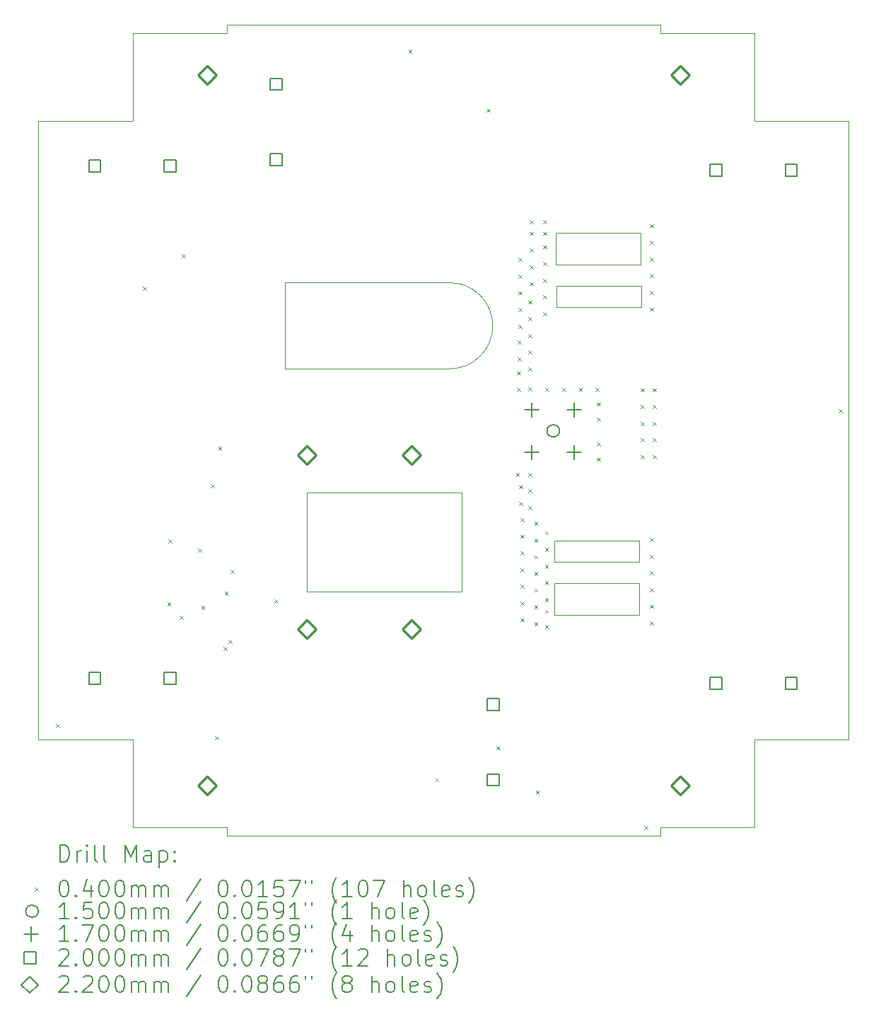
<source format=gbr>
%TF.GenerationSoftware,KiCad,Pcbnew,9.0.1*%
%TF.CreationDate,2025-04-07T03:21:56-07:00*%
%TF.ProjectId,ZPlus_Panel,5a506c75-735f-4506-916e-656c2e6b6963,2.4*%
%TF.SameCoordinates,Original*%
%TF.FileFunction,Drillmap*%
%TF.FilePolarity,Positive*%
%FSLAX45Y45*%
G04 Gerber Fmt 4.5, Leading zero omitted, Abs format (unit mm)*
G04 Created by KiCad (PCBNEW 9.0.1) date 2025-04-07 03:21:56*
%MOMM*%
%LPD*%
G01*
G04 APERTURE LIST*
%ADD10C,0.050000*%
%ADD11C,0.100000*%
%ADD12C,0.200000*%
%ADD13C,0.150000*%
%ADD14C,0.170000*%
%ADD15C,0.220000*%
G04 APERTURE END LIST*
D10*
X18570000Y-4100000D02*
X17445000Y-4100000D01*
X17445000Y-4000000D02*
X17445000Y-4100000D01*
X17445000Y-4000000D02*
X12255000Y-4000000D01*
X18570000Y-13600000D02*
X18570000Y-12550000D01*
X12255000Y-4100000D02*
X11130000Y-4100000D01*
X11130000Y-5150000D02*
X10000000Y-5150000D01*
X16198703Y-7121720D02*
X16198703Y-7375720D01*
X18570000Y-5150000D02*
X18570000Y-4100000D01*
X17194704Y-10173720D02*
X17194704Y-10427720D01*
X17194704Y-10427720D02*
X16178703Y-10427720D01*
X17194200Y-10681720D02*
X16178200Y-10681720D01*
X17214200Y-6867720D02*
X17214200Y-6486720D01*
X16198200Y-6486720D02*
X16198200Y-6867720D01*
X16178703Y-10173720D02*
X17194704Y-10173720D01*
X19700000Y-12550000D02*
X18570000Y-12550000D01*
X11130000Y-12550000D02*
X10000000Y-12550000D01*
X17214704Y-7375720D02*
X17214704Y-7121720D01*
X11130000Y-5150000D02*
X11130000Y-4100000D01*
X16178200Y-11062720D02*
X17194200Y-11062720D01*
X17214200Y-6486720D02*
X16198200Y-6486720D01*
X12255000Y-13700000D02*
X12255000Y-13600000D01*
X10000000Y-5150000D02*
X10000000Y-12550000D01*
X12255000Y-13600000D02*
X11130000Y-13600000D01*
X18570000Y-13600000D02*
X17445000Y-13600000D01*
X16178200Y-10681720D02*
X16178200Y-11062720D01*
X17445000Y-13700000D02*
X12255000Y-13700000D01*
X19700000Y-12550000D02*
X19700000Y-5150000D01*
X16178703Y-10427720D02*
X16178703Y-10173720D01*
X19700000Y-5150000D02*
X18570000Y-5150000D01*
X12255000Y-4100000D02*
X12255000Y-4000000D01*
X17214704Y-7121720D02*
X16198703Y-7121720D01*
X16198200Y-6867720D02*
X17214200Y-6867720D01*
X17445000Y-13600000D02*
X17445000Y-13700000D01*
X16198703Y-7375720D02*
X17214704Y-7375720D01*
X11130000Y-13600000D02*
X11130000Y-12550000D01*
X17194200Y-11062720D02*
X17194200Y-10681720D01*
D11*
X13213800Y-9594320D02*
X15066300Y-9594320D01*
X15066300Y-10784320D01*
X13213800Y-10784320D01*
X13213800Y-9594320D01*
X12947550Y-7086820D02*
X12947550Y-8116820D01*
X12947550Y-7086820D02*
X14925050Y-7086820D01*
X12947550Y-8116820D02*
X14925050Y-8116820D01*
X14925050Y-7086820D02*
G75*
G02*
X14925050Y-8116820I205J-515000D01*
G01*
D12*
D11*
X10211300Y-12366820D02*
X10251300Y-12406820D01*
X10251300Y-12366820D02*
X10211300Y-12406820D01*
X11248800Y-7134320D02*
X11288800Y-7174320D01*
X11288800Y-7134320D02*
X11248800Y-7174320D01*
X11543800Y-10909320D02*
X11583800Y-10949320D01*
X11583800Y-10909320D02*
X11543800Y-10949320D01*
X11553800Y-10159320D02*
X11593800Y-10199320D01*
X11593800Y-10159320D02*
X11553800Y-10199320D01*
X11688800Y-11074320D02*
X11728800Y-11114320D01*
X11728800Y-11074320D02*
X11688800Y-11114320D01*
X11713800Y-6744320D02*
X11753800Y-6784320D01*
X11753800Y-6744320D02*
X11713800Y-6784320D01*
X11913800Y-10269320D02*
X11953800Y-10309320D01*
X11953800Y-10269320D02*
X11913800Y-10309320D01*
X11948800Y-10954320D02*
X11988800Y-10994320D01*
X11988800Y-10954320D02*
X11948800Y-10994320D01*
X12066300Y-9494320D02*
X12106300Y-9534320D01*
X12106300Y-9494320D02*
X12066300Y-9534320D01*
X12113800Y-12509320D02*
X12153800Y-12549320D01*
X12153800Y-12509320D02*
X12113800Y-12549320D01*
X12153800Y-9049320D02*
X12193800Y-9089320D01*
X12193800Y-9049320D02*
X12153800Y-9089320D01*
X12213800Y-11444320D02*
X12253800Y-11484320D01*
X12253800Y-11444320D02*
X12213800Y-11484320D01*
X12228800Y-10784320D02*
X12268800Y-10824320D01*
X12268800Y-10784320D02*
X12228800Y-10824320D01*
X12273800Y-11361820D02*
X12313800Y-11401820D01*
X12313800Y-11361820D02*
X12273800Y-11401820D01*
X12303800Y-10519320D02*
X12343800Y-10559320D01*
X12343800Y-10519320D02*
X12303800Y-10559320D01*
X12828800Y-10879320D02*
X12868800Y-10919320D01*
X12868800Y-10879320D02*
X12828800Y-10919320D01*
X14431300Y-4296820D02*
X14471300Y-4336820D01*
X14471300Y-4296820D02*
X14431300Y-4336820D01*
X14751300Y-13014320D02*
X14791300Y-13054320D01*
X14791300Y-13014320D02*
X14751300Y-13054320D01*
X15368800Y-5004320D02*
X15408800Y-5044320D01*
X15408800Y-5004320D02*
X15368800Y-5044320D01*
X15483800Y-12634320D02*
X15523800Y-12674320D01*
X15523800Y-12634320D02*
X15483800Y-12674320D01*
X15716300Y-9364320D02*
X15756300Y-9404320D01*
X15756300Y-9364320D02*
X15716300Y-9404320D01*
X15731300Y-8146820D02*
X15771300Y-8186820D01*
X15771300Y-8146820D02*
X15731300Y-8186820D01*
X15731300Y-8346820D02*
X15771300Y-8386820D01*
X15771300Y-8346820D02*
X15731300Y-8386820D01*
X15741300Y-7779320D02*
X15781300Y-7819320D01*
X15781300Y-7779320D02*
X15741300Y-7819320D01*
X15741300Y-7979320D02*
X15781300Y-8019320D01*
X15781300Y-7979320D02*
X15741300Y-8019320D01*
X15748800Y-6789320D02*
X15788800Y-6829320D01*
X15788800Y-6789320D02*
X15748800Y-6829320D01*
X15748800Y-6989320D02*
X15788800Y-7029320D01*
X15788800Y-6989320D02*
X15748800Y-7029320D01*
X15748800Y-7189320D02*
X15788800Y-7229320D01*
X15788800Y-7189320D02*
X15748800Y-7229320D01*
X15748800Y-7389320D02*
X15788800Y-7429320D01*
X15788800Y-7389320D02*
X15748800Y-7429320D01*
X15748800Y-7589320D02*
X15788800Y-7629320D01*
X15788800Y-7589320D02*
X15748800Y-7629320D01*
X15756300Y-9509320D02*
X15796300Y-9549320D01*
X15796300Y-9509320D02*
X15756300Y-9549320D01*
X15756300Y-9709320D02*
X15796300Y-9749320D01*
X15796300Y-9709320D02*
X15756300Y-9749320D01*
X15773800Y-9901820D02*
X15813800Y-9941820D01*
X15813800Y-9901820D02*
X15773800Y-9941820D01*
X15773800Y-10101820D02*
X15813800Y-10141820D01*
X15813800Y-10101820D02*
X15773800Y-10141820D01*
X15773800Y-10301820D02*
X15813800Y-10341820D01*
X15813800Y-10301820D02*
X15773800Y-10341820D01*
X15773800Y-10501820D02*
X15813800Y-10541820D01*
X15813800Y-10501820D02*
X15773800Y-10541820D01*
X15773800Y-10701820D02*
X15813800Y-10741820D01*
X15813800Y-10701820D02*
X15773800Y-10741820D01*
X15773800Y-10901820D02*
X15813800Y-10941820D01*
X15813800Y-10901820D02*
X15773800Y-10941820D01*
X15773800Y-11101820D02*
X15813800Y-11141820D01*
X15813800Y-11101820D02*
X15773800Y-11141820D01*
X15863800Y-7299320D02*
X15903800Y-7339320D01*
X15903800Y-7299320D02*
X15863800Y-7339320D01*
X15863800Y-7499320D02*
X15903800Y-7539320D01*
X15903800Y-7499320D02*
X15863800Y-7539320D01*
X15863800Y-7699320D02*
X15903800Y-7739320D01*
X15903800Y-7699320D02*
X15863800Y-7739320D01*
X15863800Y-7899320D02*
X15903800Y-7939320D01*
X15903800Y-7899320D02*
X15863800Y-7939320D01*
X15863800Y-8099320D02*
X15903800Y-8139320D01*
X15903800Y-8099320D02*
X15863800Y-8139320D01*
X15863800Y-8339320D02*
X15903800Y-8379320D01*
X15903800Y-8339320D02*
X15863800Y-8379320D01*
X15863800Y-9359320D02*
X15903800Y-9399320D01*
X15903800Y-9359320D02*
X15863800Y-9399320D01*
X15863800Y-9559320D02*
X15903800Y-9599320D01*
X15903800Y-9559320D02*
X15863800Y-9599320D01*
X15863800Y-9759320D02*
X15903800Y-9799320D01*
X15903800Y-9759320D02*
X15863800Y-9799320D01*
X15883800Y-6339320D02*
X15923800Y-6379320D01*
X15923800Y-6339320D02*
X15883800Y-6379320D01*
X15883800Y-6479320D02*
X15923800Y-6519320D01*
X15923800Y-6479320D02*
X15883800Y-6519320D01*
X15883800Y-6679320D02*
X15923800Y-6719320D01*
X15923800Y-6679320D02*
X15883800Y-6719320D01*
X15883800Y-6879320D02*
X15923800Y-6919320D01*
X15923800Y-6879320D02*
X15883800Y-6919320D01*
X15883800Y-7079320D02*
X15923800Y-7119320D01*
X15923800Y-7079320D02*
X15883800Y-7119320D01*
X15936300Y-9946820D02*
X15976300Y-9986820D01*
X15976300Y-9946820D02*
X15936300Y-9986820D01*
X15936300Y-10146820D02*
X15976300Y-10186820D01*
X15976300Y-10146820D02*
X15936300Y-10186820D01*
X15936300Y-10346820D02*
X15976300Y-10386820D01*
X15976300Y-10346820D02*
X15936300Y-10386820D01*
X15936300Y-10546820D02*
X15976300Y-10586820D01*
X15976300Y-10546820D02*
X15936300Y-10586820D01*
X15936300Y-10746820D02*
X15976300Y-10786820D01*
X15976300Y-10746820D02*
X15936300Y-10786820D01*
X15936300Y-10946820D02*
X15976300Y-10986820D01*
X15976300Y-10946820D02*
X15936300Y-10986820D01*
X15936300Y-11146820D02*
X15976300Y-11186820D01*
X15976300Y-11146820D02*
X15936300Y-11186820D01*
X15953800Y-13164320D02*
X15993800Y-13204320D01*
X15993800Y-13164320D02*
X15953800Y-13204320D01*
X16043800Y-6339320D02*
X16083800Y-6379320D01*
X16083800Y-6339320D02*
X16043800Y-6379320D01*
X16043800Y-6479320D02*
X16083800Y-6519320D01*
X16083800Y-6479320D02*
X16043800Y-6519320D01*
X16043800Y-6639320D02*
X16083800Y-6679320D01*
X16083800Y-6639320D02*
X16043800Y-6679320D01*
X16043800Y-6839320D02*
X16083800Y-6879320D01*
X16083800Y-6839320D02*
X16043800Y-6879320D01*
X16043800Y-7039320D02*
X16083800Y-7079320D01*
X16083800Y-7039320D02*
X16043800Y-7079320D01*
X16043800Y-7239320D02*
X16083800Y-7279320D01*
X16083800Y-7239320D02*
X16043800Y-7279320D01*
X16043800Y-7439320D02*
X16083800Y-7479320D01*
X16083800Y-7439320D02*
X16043800Y-7479320D01*
X16063800Y-10059320D02*
X16103800Y-10099320D01*
X16103800Y-10059320D02*
X16063800Y-10099320D01*
X16063800Y-10259320D02*
X16103800Y-10299320D01*
X16103800Y-10259320D02*
X16063800Y-10299320D01*
X16063800Y-10459320D02*
X16103800Y-10499320D01*
X16103800Y-10459320D02*
X16063800Y-10499320D01*
X16063800Y-10659320D02*
X16103800Y-10699320D01*
X16103800Y-10659320D02*
X16063800Y-10699320D01*
X16063800Y-10859320D02*
X16103800Y-10899320D01*
X16103800Y-10859320D02*
X16063800Y-10899320D01*
X16063800Y-10999320D02*
X16103800Y-11039320D01*
X16103800Y-10999320D02*
X16063800Y-11039320D01*
X16063800Y-11179320D02*
X16103800Y-11219320D01*
X16103800Y-11179320D02*
X16063800Y-11219320D01*
X16071200Y-8346920D02*
X16111200Y-8386920D01*
X16111200Y-8346920D02*
X16071200Y-8386920D01*
X16271200Y-8346920D02*
X16311200Y-8386920D01*
X16311200Y-8346920D02*
X16271200Y-8386920D01*
X16471200Y-8346920D02*
X16511200Y-8386920D01*
X16511200Y-8346920D02*
X16471200Y-8386920D01*
X16671200Y-8346920D02*
X16711200Y-8386920D01*
X16711200Y-8346920D02*
X16671200Y-8386920D01*
X16683800Y-8519320D02*
X16723800Y-8559320D01*
X16723800Y-8519320D02*
X16683800Y-8559320D01*
X16683800Y-8699320D02*
X16723800Y-8739320D01*
X16723800Y-8699320D02*
X16683800Y-8739320D01*
X16683800Y-8999320D02*
X16723800Y-9039320D01*
X16723800Y-8999320D02*
X16683800Y-9039320D01*
X16683800Y-9179320D02*
X16723800Y-9219320D01*
X16723800Y-9179320D02*
X16683800Y-9219320D01*
X17211300Y-8349320D02*
X17251300Y-8389320D01*
X17251300Y-8349320D02*
X17211300Y-8389320D01*
X17211300Y-8549320D02*
X17251300Y-8589320D01*
X17251300Y-8549320D02*
X17211300Y-8589320D01*
X17211300Y-8749320D02*
X17251300Y-8789320D01*
X17251300Y-8749320D02*
X17211300Y-8789320D01*
X17211300Y-8949320D02*
X17251300Y-8989320D01*
X17251300Y-8949320D02*
X17211300Y-8989320D01*
X17211300Y-9149320D02*
X17251300Y-9189320D01*
X17251300Y-9149320D02*
X17211300Y-9189320D01*
X17256300Y-13589320D02*
X17296300Y-13629320D01*
X17296300Y-13589320D02*
X17256300Y-13629320D01*
X17319000Y-6384920D02*
X17359000Y-6424920D01*
X17359000Y-6384920D02*
X17319000Y-6424920D01*
X17319000Y-6584920D02*
X17359000Y-6624920D01*
X17359000Y-6584920D02*
X17319000Y-6624920D01*
X17319000Y-6784920D02*
X17359000Y-6824920D01*
X17359000Y-6784920D02*
X17319000Y-6824920D01*
X17319000Y-6984920D02*
X17359000Y-7024920D01*
X17359000Y-6984920D02*
X17319000Y-7024920D01*
X17319000Y-7184920D02*
X17359000Y-7224920D01*
X17359000Y-7184920D02*
X17319000Y-7224920D01*
X17319000Y-7384920D02*
X17359000Y-7424920D01*
X17359000Y-7384920D02*
X17319000Y-7424920D01*
X17319000Y-10140920D02*
X17359000Y-10180920D01*
X17359000Y-10140920D02*
X17319000Y-10180920D01*
X17319000Y-10340920D02*
X17359000Y-10380920D01*
X17359000Y-10340920D02*
X17319000Y-10380920D01*
X17319000Y-10540920D02*
X17359000Y-10580920D01*
X17359000Y-10540920D02*
X17319000Y-10580920D01*
X17319000Y-10740920D02*
X17359000Y-10780920D01*
X17359000Y-10740920D02*
X17319000Y-10780920D01*
X17319000Y-10940920D02*
X17359000Y-10980920D01*
X17359000Y-10940920D02*
X17319000Y-10980920D01*
X17319000Y-11140920D02*
X17359000Y-11180920D01*
X17359000Y-11140920D02*
X17319000Y-11180920D01*
X17353800Y-8349320D02*
X17393800Y-8389320D01*
X17393800Y-8349320D02*
X17353800Y-8389320D01*
X17353800Y-8549320D02*
X17393800Y-8589320D01*
X17393800Y-8549320D02*
X17353800Y-8589320D01*
X17353800Y-8749320D02*
X17393800Y-8789320D01*
X17393800Y-8749320D02*
X17353800Y-8789320D01*
X17353800Y-8949320D02*
X17393800Y-8989320D01*
X17393800Y-8949320D02*
X17353800Y-8989320D01*
X17353800Y-9149320D02*
X17393800Y-9189320D01*
X17393800Y-9149320D02*
X17353800Y-9189320D01*
X19583800Y-8601820D02*
X19623800Y-8641820D01*
X19623800Y-8601820D02*
X19583800Y-8641820D01*
D13*
X16238800Y-8859320D02*
G75*
G02*
X16088800Y-8859320I-75000J0D01*
G01*
X16088800Y-8859320D02*
G75*
G02*
X16238800Y-8859320I75000J0D01*
G01*
D14*
X15909800Y-8520320D02*
X15909800Y-8690320D01*
X15824800Y-8605320D02*
X15994800Y-8605320D01*
X15909800Y-9028320D02*
X15909800Y-9198320D01*
X15824800Y-9113320D02*
X15994800Y-9113320D01*
X16417800Y-8520320D02*
X16417800Y-8690320D01*
X16332800Y-8605320D02*
X16502800Y-8605320D01*
X16417800Y-9028320D02*
X16417800Y-9198320D01*
X16332800Y-9113320D02*
X16502800Y-9113320D01*
D12*
X10744511Y-5760031D02*
X10744511Y-5618609D01*
X10603089Y-5618609D01*
X10603089Y-5760031D01*
X10744511Y-5760031D01*
X10744511Y-11890031D02*
X10744511Y-11748609D01*
X10603089Y-11748609D01*
X10603089Y-11890031D01*
X10744511Y-11890031D01*
X11644511Y-5760031D02*
X11644511Y-5618609D01*
X11503089Y-5618609D01*
X11503089Y-5760031D01*
X11644511Y-5760031D01*
X11644511Y-11890031D02*
X11644511Y-11748609D01*
X11503089Y-11748609D01*
X11503089Y-11890031D01*
X11644511Y-11890031D01*
X12917011Y-4782531D02*
X12917011Y-4641109D01*
X12775589Y-4641109D01*
X12775589Y-4782531D01*
X12917011Y-4782531D01*
X12917011Y-5682531D02*
X12917011Y-5541109D01*
X12775589Y-5541109D01*
X12775589Y-5682531D01*
X12917011Y-5682531D01*
X15514511Y-12205711D02*
X15514511Y-12064289D01*
X15373089Y-12064289D01*
X15373089Y-12205711D01*
X15514511Y-12205711D01*
X15514511Y-13105711D02*
X15514511Y-12964289D01*
X15373089Y-12964289D01*
X15373089Y-13105711D01*
X15514511Y-13105711D01*
X18184511Y-5810031D02*
X18184511Y-5668609D01*
X18043089Y-5668609D01*
X18043089Y-5810031D01*
X18184511Y-5810031D01*
X18184511Y-11950031D02*
X18184511Y-11808609D01*
X18043089Y-11808609D01*
X18043089Y-11950031D01*
X18184511Y-11950031D01*
X19084511Y-5810031D02*
X19084511Y-5668609D01*
X18943089Y-5668609D01*
X18943089Y-5810031D01*
X19084511Y-5810031D01*
X19084511Y-11950031D02*
X19084511Y-11808609D01*
X18943089Y-11808609D01*
X18943089Y-11950031D01*
X19084511Y-11950031D01*
D15*
X12016300Y-4710000D02*
X12126300Y-4600000D01*
X12016300Y-4490000D01*
X11906300Y-4600000D01*
X12016300Y-4710000D01*
X12016300Y-13210000D02*
X12126300Y-13100000D01*
X12016300Y-12990000D01*
X11906300Y-13100000D01*
X12016300Y-13210000D01*
X13216300Y-9259320D02*
X13326300Y-9149320D01*
X13216300Y-9039320D01*
X13106300Y-9149320D01*
X13216300Y-9259320D01*
X13216300Y-11339320D02*
X13326300Y-11229320D01*
X13216300Y-11119320D01*
X13106300Y-11229320D01*
X13216300Y-11339320D01*
X14466300Y-9259320D02*
X14576300Y-9149320D01*
X14466300Y-9039320D01*
X14356300Y-9149320D01*
X14466300Y-9259320D01*
X14466300Y-11339320D02*
X14576300Y-11229320D01*
X14466300Y-11119320D01*
X14356300Y-11229320D01*
X14466300Y-11339320D01*
X17683700Y-4710000D02*
X17793700Y-4600000D01*
X17683700Y-4490000D01*
X17573700Y-4600000D01*
X17683700Y-4710000D01*
X17683700Y-13210000D02*
X17793700Y-13100000D01*
X17683700Y-12990000D01*
X17573700Y-13100000D01*
X17683700Y-13210000D01*
D12*
X10258277Y-14013984D02*
X10258277Y-13813984D01*
X10258277Y-13813984D02*
X10305896Y-13813984D01*
X10305896Y-13813984D02*
X10334467Y-13823508D01*
X10334467Y-13823508D02*
X10353515Y-13842555D01*
X10353515Y-13842555D02*
X10363039Y-13861603D01*
X10363039Y-13861603D02*
X10372563Y-13899698D01*
X10372563Y-13899698D02*
X10372563Y-13928269D01*
X10372563Y-13928269D02*
X10363039Y-13966365D01*
X10363039Y-13966365D02*
X10353515Y-13985412D01*
X10353515Y-13985412D02*
X10334467Y-14004460D01*
X10334467Y-14004460D02*
X10305896Y-14013984D01*
X10305896Y-14013984D02*
X10258277Y-14013984D01*
X10458277Y-14013984D02*
X10458277Y-13880650D01*
X10458277Y-13918746D02*
X10467801Y-13899698D01*
X10467801Y-13899698D02*
X10477324Y-13890174D01*
X10477324Y-13890174D02*
X10496372Y-13880650D01*
X10496372Y-13880650D02*
X10515420Y-13880650D01*
X10582086Y-14013984D02*
X10582086Y-13880650D01*
X10582086Y-13813984D02*
X10572563Y-13823508D01*
X10572563Y-13823508D02*
X10582086Y-13833031D01*
X10582086Y-13833031D02*
X10591610Y-13823508D01*
X10591610Y-13823508D02*
X10582086Y-13813984D01*
X10582086Y-13813984D02*
X10582086Y-13833031D01*
X10705896Y-14013984D02*
X10686848Y-14004460D01*
X10686848Y-14004460D02*
X10677324Y-13985412D01*
X10677324Y-13985412D02*
X10677324Y-13813984D01*
X10810658Y-14013984D02*
X10791610Y-14004460D01*
X10791610Y-14004460D02*
X10782086Y-13985412D01*
X10782086Y-13985412D02*
X10782086Y-13813984D01*
X11039229Y-14013984D02*
X11039229Y-13813984D01*
X11039229Y-13813984D02*
X11105896Y-13956841D01*
X11105896Y-13956841D02*
X11172563Y-13813984D01*
X11172563Y-13813984D02*
X11172563Y-14013984D01*
X11353515Y-14013984D02*
X11353515Y-13909222D01*
X11353515Y-13909222D02*
X11343991Y-13890174D01*
X11343991Y-13890174D02*
X11324943Y-13880650D01*
X11324943Y-13880650D02*
X11286848Y-13880650D01*
X11286848Y-13880650D02*
X11267801Y-13890174D01*
X11353515Y-14004460D02*
X11334467Y-14013984D01*
X11334467Y-14013984D02*
X11286848Y-14013984D01*
X11286848Y-14013984D02*
X11267801Y-14004460D01*
X11267801Y-14004460D02*
X11258277Y-13985412D01*
X11258277Y-13985412D02*
X11258277Y-13966365D01*
X11258277Y-13966365D02*
X11267801Y-13947317D01*
X11267801Y-13947317D02*
X11286848Y-13937793D01*
X11286848Y-13937793D02*
X11334467Y-13937793D01*
X11334467Y-13937793D02*
X11353515Y-13928269D01*
X11448753Y-13880650D02*
X11448753Y-14080650D01*
X11448753Y-13890174D02*
X11467801Y-13880650D01*
X11467801Y-13880650D02*
X11505896Y-13880650D01*
X11505896Y-13880650D02*
X11524943Y-13890174D01*
X11524943Y-13890174D02*
X11534467Y-13899698D01*
X11534467Y-13899698D02*
X11543991Y-13918746D01*
X11543991Y-13918746D02*
X11543991Y-13975888D01*
X11543991Y-13975888D02*
X11534467Y-13994936D01*
X11534467Y-13994936D02*
X11524943Y-14004460D01*
X11524943Y-14004460D02*
X11505896Y-14013984D01*
X11505896Y-14013984D02*
X11467801Y-14013984D01*
X11467801Y-14013984D02*
X11448753Y-14004460D01*
X11629705Y-13994936D02*
X11639229Y-14004460D01*
X11639229Y-14004460D02*
X11629705Y-14013984D01*
X11629705Y-14013984D02*
X11620182Y-14004460D01*
X11620182Y-14004460D02*
X11629705Y-13994936D01*
X11629705Y-13994936D02*
X11629705Y-14013984D01*
X11629705Y-13890174D02*
X11639229Y-13899698D01*
X11639229Y-13899698D02*
X11629705Y-13909222D01*
X11629705Y-13909222D02*
X11620182Y-13899698D01*
X11620182Y-13899698D02*
X11629705Y-13890174D01*
X11629705Y-13890174D02*
X11629705Y-13909222D01*
D11*
X9957500Y-14322500D02*
X9997500Y-14362500D01*
X9997500Y-14322500D02*
X9957500Y-14362500D01*
D12*
X10296372Y-14233984D02*
X10315420Y-14233984D01*
X10315420Y-14233984D02*
X10334467Y-14243508D01*
X10334467Y-14243508D02*
X10343991Y-14253031D01*
X10343991Y-14253031D02*
X10353515Y-14272079D01*
X10353515Y-14272079D02*
X10363039Y-14310174D01*
X10363039Y-14310174D02*
X10363039Y-14357793D01*
X10363039Y-14357793D02*
X10353515Y-14395888D01*
X10353515Y-14395888D02*
X10343991Y-14414936D01*
X10343991Y-14414936D02*
X10334467Y-14424460D01*
X10334467Y-14424460D02*
X10315420Y-14433984D01*
X10315420Y-14433984D02*
X10296372Y-14433984D01*
X10296372Y-14433984D02*
X10277324Y-14424460D01*
X10277324Y-14424460D02*
X10267801Y-14414936D01*
X10267801Y-14414936D02*
X10258277Y-14395888D01*
X10258277Y-14395888D02*
X10248753Y-14357793D01*
X10248753Y-14357793D02*
X10248753Y-14310174D01*
X10248753Y-14310174D02*
X10258277Y-14272079D01*
X10258277Y-14272079D02*
X10267801Y-14253031D01*
X10267801Y-14253031D02*
X10277324Y-14243508D01*
X10277324Y-14243508D02*
X10296372Y-14233984D01*
X10448753Y-14414936D02*
X10458277Y-14424460D01*
X10458277Y-14424460D02*
X10448753Y-14433984D01*
X10448753Y-14433984D02*
X10439229Y-14424460D01*
X10439229Y-14424460D02*
X10448753Y-14414936D01*
X10448753Y-14414936D02*
X10448753Y-14433984D01*
X10629705Y-14300650D02*
X10629705Y-14433984D01*
X10582086Y-14224460D02*
X10534467Y-14367317D01*
X10534467Y-14367317D02*
X10658277Y-14367317D01*
X10772563Y-14233984D02*
X10791610Y-14233984D01*
X10791610Y-14233984D02*
X10810658Y-14243508D01*
X10810658Y-14243508D02*
X10820182Y-14253031D01*
X10820182Y-14253031D02*
X10829705Y-14272079D01*
X10829705Y-14272079D02*
X10839229Y-14310174D01*
X10839229Y-14310174D02*
X10839229Y-14357793D01*
X10839229Y-14357793D02*
X10829705Y-14395888D01*
X10829705Y-14395888D02*
X10820182Y-14414936D01*
X10820182Y-14414936D02*
X10810658Y-14424460D01*
X10810658Y-14424460D02*
X10791610Y-14433984D01*
X10791610Y-14433984D02*
X10772563Y-14433984D01*
X10772563Y-14433984D02*
X10753515Y-14424460D01*
X10753515Y-14424460D02*
X10743991Y-14414936D01*
X10743991Y-14414936D02*
X10734467Y-14395888D01*
X10734467Y-14395888D02*
X10724944Y-14357793D01*
X10724944Y-14357793D02*
X10724944Y-14310174D01*
X10724944Y-14310174D02*
X10734467Y-14272079D01*
X10734467Y-14272079D02*
X10743991Y-14253031D01*
X10743991Y-14253031D02*
X10753515Y-14243508D01*
X10753515Y-14243508D02*
X10772563Y-14233984D01*
X10963039Y-14233984D02*
X10982086Y-14233984D01*
X10982086Y-14233984D02*
X11001134Y-14243508D01*
X11001134Y-14243508D02*
X11010658Y-14253031D01*
X11010658Y-14253031D02*
X11020182Y-14272079D01*
X11020182Y-14272079D02*
X11029705Y-14310174D01*
X11029705Y-14310174D02*
X11029705Y-14357793D01*
X11029705Y-14357793D02*
X11020182Y-14395888D01*
X11020182Y-14395888D02*
X11010658Y-14414936D01*
X11010658Y-14414936D02*
X11001134Y-14424460D01*
X11001134Y-14424460D02*
X10982086Y-14433984D01*
X10982086Y-14433984D02*
X10963039Y-14433984D01*
X10963039Y-14433984D02*
X10943991Y-14424460D01*
X10943991Y-14424460D02*
X10934467Y-14414936D01*
X10934467Y-14414936D02*
X10924944Y-14395888D01*
X10924944Y-14395888D02*
X10915420Y-14357793D01*
X10915420Y-14357793D02*
X10915420Y-14310174D01*
X10915420Y-14310174D02*
X10924944Y-14272079D01*
X10924944Y-14272079D02*
X10934467Y-14253031D01*
X10934467Y-14253031D02*
X10943991Y-14243508D01*
X10943991Y-14243508D02*
X10963039Y-14233984D01*
X11115420Y-14433984D02*
X11115420Y-14300650D01*
X11115420Y-14319698D02*
X11124944Y-14310174D01*
X11124944Y-14310174D02*
X11143991Y-14300650D01*
X11143991Y-14300650D02*
X11172563Y-14300650D01*
X11172563Y-14300650D02*
X11191610Y-14310174D01*
X11191610Y-14310174D02*
X11201134Y-14329222D01*
X11201134Y-14329222D02*
X11201134Y-14433984D01*
X11201134Y-14329222D02*
X11210658Y-14310174D01*
X11210658Y-14310174D02*
X11229705Y-14300650D01*
X11229705Y-14300650D02*
X11258277Y-14300650D01*
X11258277Y-14300650D02*
X11277324Y-14310174D01*
X11277324Y-14310174D02*
X11286848Y-14329222D01*
X11286848Y-14329222D02*
X11286848Y-14433984D01*
X11382086Y-14433984D02*
X11382086Y-14300650D01*
X11382086Y-14319698D02*
X11391610Y-14310174D01*
X11391610Y-14310174D02*
X11410658Y-14300650D01*
X11410658Y-14300650D02*
X11439229Y-14300650D01*
X11439229Y-14300650D02*
X11458277Y-14310174D01*
X11458277Y-14310174D02*
X11467801Y-14329222D01*
X11467801Y-14329222D02*
X11467801Y-14433984D01*
X11467801Y-14329222D02*
X11477324Y-14310174D01*
X11477324Y-14310174D02*
X11496372Y-14300650D01*
X11496372Y-14300650D02*
X11524943Y-14300650D01*
X11524943Y-14300650D02*
X11543991Y-14310174D01*
X11543991Y-14310174D02*
X11553515Y-14329222D01*
X11553515Y-14329222D02*
X11553515Y-14433984D01*
X11943991Y-14224460D02*
X11772563Y-14481603D01*
X12201134Y-14233984D02*
X12220182Y-14233984D01*
X12220182Y-14233984D02*
X12239229Y-14243508D01*
X12239229Y-14243508D02*
X12248753Y-14253031D01*
X12248753Y-14253031D02*
X12258277Y-14272079D01*
X12258277Y-14272079D02*
X12267801Y-14310174D01*
X12267801Y-14310174D02*
X12267801Y-14357793D01*
X12267801Y-14357793D02*
X12258277Y-14395888D01*
X12258277Y-14395888D02*
X12248753Y-14414936D01*
X12248753Y-14414936D02*
X12239229Y-14424460D01*
X12239229Y-14424460D02*
X12220182Y-14433984D01*
X12220182Y-14433984D02*
X12201134Y-14433984D01*
X12201134Y-14433984D02*
X12182086Y-14424460D01*
X12182086Y-14424460D02*
X12172563Y-14414936D01*
X12172563Y-14414936D02*
X12163039Y-14395888D01*
X12163039Y-14395888D02*
X12153515Y-14357793D01*
X12153515Y-14357793D02*
X12153515Y-14310174D01*
X12153515Y-14310174D02*
X12163039Y-14272079D01*
X12163039Y-14272079D02*
X12172563Y-14253031D01*
X12172563Y-14253031D02*
X12182086Y-14243508D01*
X12182086Y-14243508D02*
X12201134Y-14233984D01*
X12353515Y-14414936D02*
X12363039Y-14424460D01*
X12363039Y-14424460D02*
X12353515Y-14433984D01*
X12353515Y-14433984D02*
X12343991Y-14424460D01*
X12343991Y-14424460D02*
X12353515Y-14414936D01*
X12353515Y-14414936D02*
X12353515Y-14433984D01*
X12486848Y-14233984D02*
X12505896Y-14233984D01*
X12505896Y-14233984D02*
X12524944Y-14243508D01*
X12524944Y-14243508D02*
X12534467Y-14253031D01*
X12534467Y-14253031D02*
X12543991Y-14272079D01*
X12543991Y-14272079D02*
X12553515Y-14310174D01*
X12553515Y-14310174D02*
X12553515Y-14357793D01*
X12553515Y-14357793D02*
X12543991Y-14395888D01*
X12543991Y-14395888D02*
X12534467Y-14414936D01*
X12534467Y-14414936D02*
X12524944Y-14424460D01*
X12524944Y-14424460D02*
X12505896Y-14433984D01*
X12505896Y-14433984D02*
X12486848Y-14433984D01*
X12486848Y-14433984D02*
X12467801Y-14424460D01*
X12467801Y-14424460D02*
X12458277Y-14414936D01*
X12458277Y-14414936D02*
X12448753Y-14395888D01*
X12448753Y-14395888D02*
X12439229Y-14357793D01*
X12439229Y-14357793D02*
X12439229Y-14310174D01*
X12439229Y-14310174D02*
X12448753Y-14272079D01*
X12448753Y-14272079D02*
X12458277Y-14253031D01*
X12458277Y-14253031D02*
X12467801Y-14243508D01*
X12467801Y-14243508D02*
X12486848Y-14233984D01*
X12743991Y-14433984D02*
X12629706Y-14433984D01*
X12686848Y-14433984D02*
X12686848Y-14233984D01*
X12686848Y-14233984D02*
X12667801Y-14262555D01*
X12667801Y-14262555D02*
X12648753Y-14281603D01*
X12648753Y-14281603D02*
X12629706Y-14291127D01*
X12924944Y-14233984D02*
X12829706Y-14233984D01*
X12829706Y-14233984D02*
X12820182Y-14329222D01*
X12820182Y-14329222D02*
X12829706Y-14319698D01*
X12829706Y-14319698D02*
X12848753Y-14310174D01*
X12848753Y-14310174D02*
X12896372Y-14310174D01*
X12896372Y-14310174D02*
X12915420Y-14319698D01*
X12915420Y-14319698D02*
X12924944Y-14329222D01*
X12924944Y-14329222D02*
X12934467Y-14348269D01*
X12934467Y-14348269D02*
X12934467Y-14395888D01*
X12934467Y-14395888D02*
X12924944Y-14414936D01*
X12924944Y-14414936D02*
X12915420Y-14424460D01*
X12915420Y-14424460D02*
X12896372Y-14433984D01*
X12896372Y-14433984D02*
X12848753Y-14433984D01*
X12848753Y-14433984D02*
X12829706Y-14424460D01*
X12829706Y-14424460D02*
X12820182Y-14414936D01*
X13001134Y-14233984D02*
X13134467Y-14233984D01*
X13134467Y-14233984D02*
X13048753Y-14433984D01*
X13201134Y-14233984D02*
X13201134Y-14272079D01*
X13277325Y-14233984D02*
X13277325Y-14272079D01*
X13572563Y-14510174D02*
X13563039Y-14500650D01*
X13563039Y-14500650D02*
X13543991Y-14472079D01*
X13543991Y-14472079D02*
X13534468Y-14453031D01*
X13534468Y-14453031D02*
X13524944Y-14424460D01*
X13524944Y-14424460D02*
X13515420Y-14376841D01*
X13515420Y-14376841D02*
X13515420Y-14338746D01*
X13515420Y-14338746D02*
X13524944Y-14291127D01*
X13524944Y-14291127D02*
X13534468Y-14262555D01*
X13534468Y-14262555D02*
X13543991Y-14243508D01*
X13543991Y-14243508D02*
X13563039Y-14214936D01*
X13563039Y-14214936D02*
X13572563Y-14205412D01*
X13753515Y-14433984D02*
X13639229Y-14433984D01*
X13696372Y-14433984D02*
X13696372Y-14233984D01*
X13696372Y-14233984D02*
X13677325Y-14262555D01*
X13677325Y-14262555D02*
X13658277Y-14281603D01*
X13658277Y-14281603D02*
X13639229Y-14291127D01*
X13877325Y-14233984D02*
X13896372Y-14233984D01*
X13896372Y-14233984D02*
X13915420Y-14243508D01*
X13915420Y-14243508D02*
X13924944Y-14253031D01*
X13924944Y-14253031D02*
X13934468Y-14272079D01*
X13934468Y-14272079D02*
X13943991Y-14310174D01*
X13943991Y-14310174D02*
X13943991Y-14357793D01*
X13943991Y-14357793D02*
X13934468Y-14395888D01*
X13934468Y-14395888D02*
X13924944Y-14414936D01*
X13924944Y-14414936D02*
X13915420Y-14424460D01*
X13915420Y-14424460D02*
X13896372Y-14433984D01*
X13896372Y-14433984D02*
X13877325Y-14433984D01*
X13877325Y-14433984D02*
X13858277Y-14424460D01*
X13858277Y-14424460D02*
X13848753Y-14414936D01*
X13848753Y-14414936D02*
X13839229Y-14395888D01*
X13839229Y-14395888D02*
X13829706Y-14357793D01*
X13829706Y-14357793D02*
X13829706Y-14310174D01*
X13829706Y-14310174D02*
X13839229Y-14272079D01*
X13839229Y-14272079D02*
X13848753Y-14253031D01*
X13848753Y-14253031D02*
X13858277Y-14243508D01*
X13858277Y-14243508D02*
X13877325Y-14233984D01*
X14010658Y-14233984D02*
X14143991Y-14233984D01*
X14143991Y-14233984D02*
X14058277Y-14433984D01*
X14372563Y-14433984D02*
X14372563Y-14233984D01*
X14458277Y-14433984D02*
X14458277Y-14329222D01*
X14458277Y-14329222D02*
X14448753Y-14310174D01*
X14448753Y-14310174D02*
X14429706Y-14300650D01*
X14429706Y-14300650D02*
X14401134Y-14300650D01*
X14401134Y-14300650D02*
X14382087Y-14310174D01*
X14382087Y-14310174D02*
X14372563Y-14319698D01*
X14582087Y-14433984D02*
X14563039Y-14424460D01*
X14563039Y-14424460D02*
X14553515Y-14414936D01*
X14553515Y-14414936D02*
X14543991Y-14395888D01*
X14543991Y-14395888D02*
X14543991Y-14338746D01*
X14543991Y-14338746D02*
X14553515Y-14319698D01*
X14553515Y-14319698D02*
X14563039Y-14310174D01*
X14563039Y-14310174D02*
X14582087Y-14300650D01*
X14582087Y-14300650D02*
X14610658Y-14300650D01*
X14610658Y-14300650D02*
X14629706Y-14310174D01*
X14629706Y-14310174D02*
X14639230Y-14319698D01*
X14639230Y-14319698D02*
X14648753Y-14338746D01*
X14648753Y-14338746D02*
X14648753Y-14395888D01*
X14648753Y-14395888D02*
X14639230Y-14414936D01*
X14639230Y-14414936D02*
X14629706Y-14424460D01*
X14629706Y-14424460D02*
X14610658Y-14433984D01*
X14610658Y-14433984D02*
X14582087Y-14433984D01*
X14763039Y-14433984D02*
X14743991Y-14424460D01*
X14743991Y-14424460D02*
X14734468Y-14405412D01*
X14734468Y-14405412D02*
X14734468Y-14233984D01*
X14915420Y-14424460D02*
X14896372Y-14433984D01*
X14896372Y-14433984D02*
X14858277Y-14433984D01*
X14858277Y-14433984D02*
X14839230Y-14424460D01*
X14839230Y-14424460D02*
X14829706Y-14405412D01*
X14829706Y-14405412D02*
X14829706Y-14329222D01*
X14829706Y-14329222D02*
X14839230Y-14310174D01*
X14839230Y-14310174D02*
X14858277Y-14300650D01*
X14858277Y-14300650D02*
X14896372Y-14300650D01*
X14896372Y-14300650D02*
X14915420Y-14310174D01*
X14915420Y-14310174D02*
X14924944Y-14329222D01*
X14924944Y-14329222D02*
X14924944Y-14348269D01*
X14924944Y-14348269D02*
X14829706Y-14367317D01*
X15001134Y-14424460D02*
X15020182Y-14433984D01*
X15020182Y-14433984D02*
X15058277Y-14433984D01*
X15058277Y-14433984D02*
X15077325Y-14424460D01*
X15077325Y-14424460D02*
X15086849Y-14405412D01*
X15086849Y-14405412D02*
X15086849Y-14395888D01*
X15086849Y-14395888D02*
X15077325Y-14376841D01*
X15077325Y-14376841D02*
X15058277Y-14367317D01*
X15058277Y-14367317D02*
X15029706Y-14367317D01*
X15029706Y-14367317D02*
X15010658Y-14357793D01*
X15010658Y-14357793D02*
X15001134Y-14338746D01*
X15001134Y-14338746D02*
X15001134Y-14329222D01*
X15001134Y-14329222D02*
X15010658Y-14310174D01*
X15010658Y-14310174D02*
X15029706Y-14300650D01*
X15029706Y-14300650D02*
X15058277Y-14300650D01*
X15058277Y-14300650D02*
X15077325Y-14310174D01*
X15153515Y-14510174D02*
X15163039Y-14500650D01*
X15163039Y-14500650D02*
X15182087Y-14472079D01*
X15182087Y-14472079D02*
X15191611Y-14453031D01*
X15191611Y-14453031D02*
X15201134Y-14424460D01*
X15201134Y-14424460D02*
X15210658Y-14376841D01*
X15210658Y-14376841D02*
X15210658Y-14338746D01*
X15210658Y-14338746D02*
X15201134Y-14291127D01*
X15201134Y-14291127D02*
X15191611Y-14262555D01*
X15191611Y-14262555D02*
X15182087Y-14243508D01*
X15182087Y-14243508D02*
X15163039Y-14214936D01*
X15163039Y-14214936D02*
X15153515Y-14205412D01*
D13*
X9997500Y-14606500D02*
G75*
G02*
X9847500Y-14606500I-75000J0D01*
G01*
X9847500Y-14606500D02*
G75*
G02*
X9997500Y-14606500I75000J0D01*
G01*
D12*
X10363039Y-14697984D02*
X10248753Y-14697984D01*
X10305896Y-14697984D02*
X10305896Y-14497984D01*
X10305896Y-14497984D02*
X10286848Y-14526555D01*
X10286848Y-14526555D02*
X10267801Y-14545603D01*
X10267801Y-14545603D02*
X10248753Y-14555127D01*
X10448753Y-14678936D02*
X10458277Y-14688460D01*
X10458277Y-14688460D02*
X10448753Y-14697984D01*
X10448753Y-14697984D02*
X10439229Y-14688460D01*
X10439229Y-14688460D02*
X10448753Y-14678936D01*
X10448753Y-14678936D02*
X10448753Y-14697984D01*
X10639229Y-14497984D02*
X10543991Y-14497984D01*
X10543991Y-14497984D02*
X10534467Y-14593222D01*
X10534467Y-14593222D02*
X10543991Y-14583698D01*
X10543991Y-14583698D02*
X10563039Y-14574174D01*
X10563039Y-14574174D02*
X10610658Y-14574174D01*
X10610658Y-14574174D02*
X10629705Y-14583698D01*
X10629705Y-14583698D02*
X10639229Y-14593222D01*
X10639229Y-14593222D02*
X10648753Y-14612269D01*
X10648753Y-14612269D02*
X10648753Y-14659888D01*
X10648753Y-14659888D02*
X10639229Y-14678936D01*
X10639229Y-14678936D02*
X10629705Y-14688460D01*
X10629705Y-14688460D02*
X10610658Y-14697984D01*
X10610658Y-14697984D02*
X10563039Y-14697984D01*
X10563039Y-14697984D02*
X10543991Y-14688460D01*
X10543991Y-14688460D02*
X10534467Y-14678936D01*
X10772563Y-14497984D02*
X10791610Y-14497984D01*
X10791610Y-14497984D02*
X10810658Y-14507508D01*
X10810658Y-14507508D02*
X10820182Y-14517031D01*
X10820182Y-14517031D02*
X10829705Y-14536079D01*
X10829705Y-14536079D02*
X10839229Y-14574174D01*
X10839229Y-14574174D02*
X10839229Y-14621793D01*
X10839229Y-14621793D02*
X10829705Y-14659888D01*
X10829705Y-14659888D02*
X10820182Y-14678936D01*
X10820182Y-14678936D02*
X10810658Y-14688460D01*
X10810658Y-14688460D02*
X10791610Y-14697984D01*
X10791610Y-14697984D02*
X10772563Y-14697984D01*
X10772563Y-14697984D02*
X10753515Y-14688460D01*
X10753515Y-14688460D02*
X10743991Y-14678936D01*
X10743991Y-14678936D02*
X10734467Y-14659888D01*
X10734467Y-14659888D02*
X10724944Y-14621793D01*
X10724944Y-14621793D02*
X10724944Y-14574174D01*
X10724944Y-14574174D02*
X10734467Y-14536079D01*
X10734467Y-14536079D02*
X10743991Y-14517031D01*
X10743991Y-14517031D02*
X10753515Y-14507508D01*
X10753515Y-14507508D02*
X10772563Y-14497984D01*
X10963039Y-14497984D02*
X10982086Y-14497984D01*
X10982086Y-14497984D02*
X11001134Y-14507508D01*
X11001134Y-14507508D02*
X11010658Y-14517031D01*
X11010658Y-14517031D02*
X11020182Y-14536079D01*
X11020182Y-14536079D02*
X11029705Y-14574174D01*
X11029705Y-14574174D02*
X11029705Y-14621793D01*
X11029705Y-14621793D02*
X11020182Y-14659888D01*
X11020182Y-14659888D02*
X11010658Y-14678936D01*
X11010658Y-14678936D02*
X11001134Y-14688460D01*
X11001134Y-14688460D02*
X10982086Y-14697984D01*
X10982086Y-14697984D02*
X10963039Y-14697984D01*
X10963039Y-14697984D02*
X10943991Y-14688460D01*
X10943991Y-14688460D02*
X10934467Y-14678936D01*
X10934467Y-14678936D02*
X10924944Y-14659888D01*
X10924944Y-14659888D02*
X10915420Y-14621793D01*
X10915420Y-14621793D02*
X10915420Y-14574174D01*
X10915420Y-14574174D02*
X10924944Y-14536079D01*
X10924944Y-14536079D02*
X10934467Y-14517031D01*
X10934467Y-14517031D02*
X10943991Y-14507508D01*
X10943991Y-14507508D02*
X10963039Y-14497984D01*
X11115420Y-14697984D02*
X11115420Y-14564650D01*
X11115420Y-14583698D02*
X11124944Y-14574174D01*
X11124944Y-14574174D02*
X11143991Y-14564650D01*
X11143991Y-14564650D02*
X11172563Y-14564650D01*
X11172563Y-14564650D02*
X11191610Y-14574174D01*
X11191610Y-14574174D02*
X11201134Y-14593222D01*
X11201134Y-14593222D02*
X11201134Y-14697984D01*
X11201134Y-14593222D02*
X11210658Y-14574174D01*
X11210658Y-14574174D02*
X11229705Y-14564650D01*
X11229705Y-14564650D02*
X11258277Y-14564650D01*
X11258277Y-14564650D02*
X11277324Y-14574174D01*
X11277324Y-14574174D02*
X11286848Y-14593222D01*
X11286848Y-14593222D02*
X11286848Y-14697984D01*
X11382086Y-14697984D02*
X11382086Y-14564650D01*
X11382086Y-14583698D02*
X11391610Y-14574174D01*
X11391610Y-14574174D02*
X11410658Y-14564650D01*
X11410658Y-14564650D02*
X11439229Y-14564650D01*
X11439229Y-14564650D02*
X11458277Y-14574174D01*
X11458277Y-14574174D02*
X11467801Y-14593222D01*
X11467801Y-14593222D02*
X11467801Y-14697984D01*
X11467801Y-14593222D02*
X11477324Y-14574174D01*
X11477324Y-14574174D02*
X11496372Y-14564650D01*
X11496372Y-14564650D02*
X11524943Y-14564650D01*
X11524943Y-14564650D02*
X11543991Y-14574174D01*
X11543991Y-14574174D02*
X11553515Y-14593222D01*
X11553515Y-14593222D02*
X11553515Y-14697984D01*
X11943991Y-14488460D02*
X11772563Y-14745603D01*
X12201134Y-14497984D02*
X12220182Y-14497984D01*
X12220182Y-14497984D02*
X12239229Y-14507508D01*
X12239229Y-14507508D02*
X12248753Y-14517031D01*
X12248753Y-14517031D02*
X12258277Y-14536079D01*
X12258277Y-14536079D02*
X12267801Y-14574174D01*
X12267801Y-14574174D02*
X12267801Y-14621793D01*
X12267801Y-14621793D02*
X12258277Y-14659888D01*
X12258277Y-14659888D02*
X12248753Y-14678936D01*
X12248753Y-14678936D02*
X12239229Y-14688460D01*
X12239229Y-14688460D02*
X12220182Y-14697984D01*
X12220182Y-14697984D02*
X12201134Y-14697984D01*
X12201134Y-14697984D02*
X12182086Y-14688460D01*
X12182086Y-14688460D02*
X12172563Y-14678936D01*
X12172563Y-14678936D02*
X12163039Y-14659888D01*
X12163039Y-14659888D02*
X12153515Y-14621793D01*
X12153515Y-14621793D02*
X12153515Y-14574174D01*
X12153515Y-14574174D02*
X12163039Y-14536079D01*
X12163039Y-14536079D02*
X12172563Y-14517031D01*
X12172563Y-14517031D02*
X12182086Y-14507508D01*
X12182086Y-14507508D02*
X12201134Y-14497984D01*
X12353515Y-14678936D02*
X12363039Y-14688460D01*
X12363039Y-14688460D02*
X12353515Y-14697984D01*
X12353515Y-14697984D02*
X12343991Y-14688460D01*
X12343991Y-14688460D02*
X12353515Y-14678936D01*
X12353515Y-14678936D02*
X12353515Y-14697984D01*
X12486848Y-14497984D02*
X12505896Y-14497984D01*
X12505896Y-14497984D02*
X12524944Y-14507508D01*
X12524944Y-14507508D02*
X12534467Y-14517031D01*
X12534467Y-14517031D02*
X12543991Y-14536079D01*
X12543991Y-14536079D02*
X12553515Y-14574174D01*
X12553515Y-14574174D02*
X12553515Y-14621793D01*
X12553515Y-14621793D02*
X12543991Y-14659888D01*
X12543991Y-14659888D02*
X12534467Y-14678936D01*
X12534467Y-14678936D02*
X12524944Y-14688460D01*
X12524944Y-14688460D02*
X12505896Y-14697984D01*
X12505896Y-14697984D02*
X12486848Y-14697984D01*
X12486848Y-14697984D02*
X12467801Y-14688460D01*
X12467801Y-14688460D02*
X12458277Y-14678936D01*
X12458277Y-14678936D02*
X12448753Y-14659888D01*
X12448753Y-14659888D02*
X12439229Y-14621793D01*
X12439229Y-14621793D02*
X12439229Y-14574174D01*
X12439229Y-14574174D02*
X12448753Y-14536079D01*
X12448753Y-14536079D02*
X12458277Y-14517031D01*
X12458277Y-14517031D02*
X12467801Y-14507508D01*
X12467801Y-14507508D02*
X12486848Y-14497984D01*
X12734467Y-14497984D02*
X12639229Y-14497984D01*
X12639229Y-14497984D02*
X12629706Y-14593222D01*
X12629706Y-14593222D02*
X12639229Y-14583698D01*
X12639229Y-14583698D02*
X12658277Y-14574174D01*
X12658277Y-14574174D02*
X12705896Y-14574174D01*
X12705896Y-14574174D02*
X12724944Y-14583698D01*
X12724944Y-14583698D02*
X12734467Y-14593222D01*
X12734467Y-14593222D02*
X12743991Y-14612269D01*
X12743991Y-14612269D02*
X12743991Y-14659888D01*
X12743991Y-14659888D02*
X12734467Y-14678936D01*
X12734467Y-14678936D02*
X12724944Y-14688460D01*
X12724944Y-14688460D02*
X12705896Y-14697984D01*
X12705896Y-14697984D02*
X12658277Y-14697984D01*
X12658277Y-14697984D02*
X12639229Y-14688460D01*
X12639229Y-14688460D02*
X12629706Y-14678936D01*
X12839229Y-14697984D02*
X12877325Y-14697984D01*
X12877325Y-14697984D02*
X12896372Y-14688460D01*
X12896372Y-14688460D02*
X12905896Y-14678936D01*
X12905896Y-14678936D02*
X12924944Y-14650365D01*
X12924944Y-14650365D02*
X12934467Y-14612269D01*
X12934467Y-14612269D02*
X12934467Y-14536079D01*
X12934467Y-14536079D02*
X12924944Y-14517031D01*
X12924944Y-14517031D02*
X12915420Y-14507508D01*
X12915420Y-14507508D02*
X12896372Y-14497984D01*
X12896372Y-14497984D02*
X12858277Y-14497984D01*
X12858277Y-14497984D02*
X12839229Y-14507508D01*
X12839229Y-14507508D02*
X12829706Y-14517031D01*
X12829706Y-14517031D02*
X12820182Y-14536079D01*
X12820182Y-14536079D02*
X12820182Y-14583698D01*
X12820182Y-14583698D02*
X12829706Y-14602746D01*
X12829706Y-14602746D02*
X12839229Y-14612269D01*
X12839229Y-14612269D02*
X12858277Y-14621793D01*
X12858277Y-14621793D02*
X12896372Y-14621793D01*
X12896372Y-14621793D02*
X12915420Y-14612269D01*
X12915420Y-14612269D02*
X12924944Y-14602746D01*
X12924944Y-14602746D02*
X12934467Y-14583698D01*
X13124944Y-14697984D02*
X13010658Y-14697984D01*
X13067801Y-14697984D02*
X13067801Y-14497984D01*
X13067801Y-14497984D02*
X13048753Y-14526555D01*
X13048753Y-14526555D02*
X13029706Y-14545603D01*
X13029706Y-14545603D02*
X13010658Y-14555127D01*
X13201134Y-14497984D02*
X13201134Y-14536079D01*
X13277325Y-14497984D02*
X13277325Y-14536079D01*
X13572563Y-14774174D02*
X13563039Y-14764650D01*
X13563039Y-14764650D02*
X13543991Y-14736079D01*
X13543991Y-14736079D02*
X13534468Y-14717031D01*
X13534468Y-14717031D02*
X13524944Y-14688460D01*
X13524944Y-14688460D02*
X13515420Y-14640841D01*
X13515420Y-14640841D02*
X13515420Y-14602746D01*
X13515420Y-14602746D02*
X13524944Y-14555127D01*
X13524944Y-14555127D02*
X13534468Y-14526555D01*
X13534468Y-14526555D02*
X13543991Y-14507508D01*
X13543991Y-14507508D02*
X13563039Y-14478936D01*
X13563039Y-14478936D02*
X13572563Y-14469412D01*
X13753515Y-14697984D02*
X13639229Y-14697984D01*
X13696372Y-14697984D02*
X13696372Y-14497984D01*
X13696372Y-14497984D02*
X13677325Y-14526555D01*
X13677325Y-14526555D02*
X13658277Y-14545603D01*
X13658277Y-14545603D02*
X13639229Y-14555127D01*
X13991610Y-14697984D02*
X13991610Y-14497984D01*
X14077325Y-14697984D02*
X14077325Y-14593222D01*
X14077325Y-14593222D02*
X14067801Y-14574174D01*
X14067801Y-14574174D02*
X14048753Y-14564650D01*
X14048753Y-14564650D02*
X14020182Y-14564650D01*
X14020182Y-14564650D02*
X14001134Y-14574174D01*
X14001134Y-14574174D02*
X13991610Y-14583698D01*
X14201134Y-14697984D02*
X14182087Y-14688460D01*
X14182087Y-14688460D02*
X14172563Y-14678936D01*
X14172563Y-14678936D02*
X14163039Y-14659888D01*
X14163039Y-14659888D02*
X14163039Y-14602746D01*
X14163039Y-14602746D02*
X14172563Y-14583698D01*
X14172563Y-14583698D02*
X14182087Y-14574174D01*
X14182087Y-14574174D02*
X14201134Y-14564650D01*
X14201134Y-14564650D02*
X14229706Y-14564650D01*
X14229706Y-14564650D02*
X14248753Y-14574174D01*
X14248753Y-14574174D02*
X14258277Y-14583698D01*
X14258277Y-14583698D02*
X14267801Y-14602746D01*
X14267801Y-14602746D02*
X14267801Y-14659888D01*
X14267801Y-14659888D02*
X14258277Y-14678936D01*
X14258277Y-14678936D02*
X14248753Y-14688460D01*
X14248753Y-14688460D02*
X14229706Y-14697984D01*
X14229706Y-14697984D02*
X14201134Y-14697984D01*
X14382087Y-14697984D02*
X14363039Y-14688460D01*
X14363039Y-14688460D02*
X14353515Y-14669412D01*
X14353515Y-14669412D02*
X14353515Y-14497984D01*
X14534468Y-14688460D02*
X14515420Y-14697984D01*
X14515420Y-14697984D02*
X14477325Y-14697984D01*
X14477325Y-14697984D02*
X14458277Y-14688460D01*
X14458277Y-14688460D02*
X14448753Y-14669412D01*
X14448753Y-14669412D02*
X14448753Y-14593222D01*
X14448753Y-14593222D02*
X14458277Y-14574174D01*
X14458277Y-14574174D02*
X14477325Y-14564650D01*
X14477325Y-14564650D02*
X14515420Y-14564650D01*
X14515420Y-14564650D02*
X14534468Y-14574174D01*
X14534468Y-14574174D02*
X14543991Y-14593222D01*
X14543991Y-14593222D02*
X14543991Y-14612269D01*
X14543991Y-14612269D02*
X14448753Y-14631317D01*
X14610658Y-14774174D02*
X14620182Y-14764650D01*
X14620182Y-14764650D02*
X14639230Y-14736079D01*
X14639230Y-14736079D02*
X14648753Y-14717031D01*
X14648753Y-14717031D02*
X14658277Y-14688460D01*
X14658277Y-14688460D02*
X14667801Y-14640841D01*
X14667801Y-14640841D02*
X14667801Y-14602746D01*
X14667801Y-14602746D02*
X14658277Y-14555127D01*
X14658277Y-14555127D02*
X14648753Y-14526555D01*
X14648753Y-14526555D02*
X14639230Y-14507508D01*
X14639230Y-14507508D02*
X14620182Y-14478936D01*
X14620182Y-14478936D02*
X14610658Y-14469412D01*
D14*
X9912500Y-14791500D02*
X9912500Y-14961500D01*
X9827500Y-14876500D02*
X9997500Y-14876500D01*
D12*
X10363039Y-14967984D02*
X10248753Y-14967984D01*
X10305896Y-14967984D02*
X10305896Y-14767984D01*
X10305896Y-14767984D02*
X10286848Y-14796555D01*
X10286848Y-14796555D02*
X10267801Y-14815603D01*
X10267801Y-14815603D02*
X10248753Y-14825127D01*
X10448753Y-14948936D02*
X10458277Y-14958460D01*
X10458277Y-14958460D02*
X10448753Y-14967984D01*
X10448753Y-14967984D02*
X10439229Y-14958460D01*
X10439229Y-14958460D02*
X10448753Y-14948936D01*
X10448753Y-14948936D02*
X10448753Y-14967984D01*
X10524944Y-14767984D02*
X10658277Y-14767984D01*
X10658277Y-14767984D02*
X10572563Y-14967984D01*
X10772563Y-14767984D02*
X10791610Y-14767984D01*
X10791610Y-14767984D02*
X10810658Y-14777508D01*
X10810658Y-14777508D02*
X10820182Y-14787031D01*
X10820182Y-14787031D02*
X10829705Y-14806079D01*
X10829705Y-14806079D02*
X10839229Y-14844174D01*
X10839229Y-14844174D02*
X10839229Y-14891793D01*
X10839229Y-14891793D02*
X10829705Y-14929888D01*
X10829705Y-14929888D02*
X10820182Y-14948936D01*
X10820182Y-14948936D02*
X10810658Y-14958460D01*
X10810658Y-14958460D02*
X10791610Y-14967984D01*
X10791610Y-14967984D02*
X10772563Y-14967984D01*
X10772563Y-14967984D02*
X10753515Y-14958460D01*
X10753515Y-14958460D02*
X10743991Y-14948936D01*
X10743991Y-14948936D02*
X10734467Y-14929888D01*
X10734467Y-14929888D02*
X10724944Y-14891793D01*
X10724944Y-14891793D02*
X10724944Y-14844174D01*
X10724944Y-14844174D02*
X10734467Y-14806079D01*
X10734467Y-14806079D02*
X10743991Y-14787031D01*
X10743991Y-14787031D02*
X10753515Y-14777508D01*
X10753515Y-14777508D02*
X10772563Y-14767984D01*
X10963039Y-14767984D02*
X10982086Y-14767984D01*
X10982086Y-14767984D02*
X11001134Y-14777508D01*
X11001134Y-14777508D02*
X11010658Y-14787031D01*
X11010658Y-14787031D02*
X11020182Y-14806079D01*
X11020182Y-14806079D02*
X11029705Y-14844174D01*
X11029705Y-14844174D02*
X11029705Y-14891793D01*
X11029705Y-14891793D02*
X11020182Y-14929888D01*
X11020182Y-14929888D02*
X11010658Y-14948936D01*
X11010658Y-14948936D02*
X11001134Y-14958460D01*
X11001134Y-14958460D02*
X10982086Y-14967984D01*
X10982086Y-14967984D02*
X10963039Y-14967984D01*
X10963039Y-14967984D02*
X10943991Y-14958460D01*
X10943991Y-14958460D02*
X10934467Y-14948936D01*
X10934467Y-14948936D02*
X10924944Y-14929888D01*
X10924944Y-14929888D02*
X10915420Y-14891793D01*
X10915420Y-14891793D02*
X10915420Y-14844174D01*
X10915420Y-14844174D02*
X10924944Y-14806079D01*
X10924944Y-14806079D02*
X10934467Y-14787031D01*
X10934467Y-14787031D02*
X10943991Y-14777508D01*
X10943991Y-14777508D02*
X10963039Y-14767984D01*
X11115420Y-14967984D02*
X11115420Y-14834650D01*
X11115420Y-14853698D02*
X11124944Y-14844174D01*
X11124944Y-14844174D02*
X11143991Y-14834650D01*
X11143991Y-14834650D02*
X11172563Y-14834650D01*
X11172563Y-14834650D02*
X11191610Y-14844174D01*
X11191610Y-14844174D02*
X11201134Y-14863222D01*
X11201134Y-14863222D02*
X11201134Y-14967984D01*
X11201134Y-14863222D02*
X11210658Y-14844174D01*
X11210658Y-14844174D02*
X11229705Y-14834650D01*
X11229705Y-14834650D02*
X11258277Y-14834650D01*
X11258277Y-14834650D02*
X11277324Y-14844174D01*
X11277324Y-14844174D02*
X11286848Y-14863222D01*
X11286848Y-14863222D02*
X11286848Y-14967984D01*
X11382086Y-14967984D02*
X11382086Y-14834650D01*
X11382086Y-14853698D02*
X11391610Y-14844174D01*
X11391610Y-14844174D02*
X11410658Y-14834650D01*
X11410658Y-14834650D02*
X11439229Y-14834650D01*
X11439229Y-14834650D02*
X11458277Y-14844174D01*
X11458277Y-14844174D02*
X11467801Y-14863222D01*
X11467801Y-14863222D02*
X11467801Y-14967984D01*
X11467801Y-14863222D02*
X11477324Y-14844174D01*
X11477324Y-14844174D02*
X11496372Y-14834650D01*
X11496372Y-14834650D02*
X11524943Y-14834650D01*
X11524943Y-14834650D02*
X11543991Y-14844174D01*
X11543991Y-14844174D02*
X11553515Y-14863222D01*
X11553515Y-14863222D02*
X11553515Y-14967984D01*
X11943991Y-14758460D02*
X11772563Y-15015603D01*
X12201134Y-14767984D02*
X12220182Y-14767984D01*
X12220182Y-14767984D02*
X12239229Y-14777508D01*
X12239229Y-14777508D02*
X12248753Y-14787031D01*
X12248753Y-14787031D02*
X12258277Y-14806079D01*
X12258277Y-14806079D02*
X12267801Y-14844174D01*
X12267801Y-14844174D02*
X12267801Y-14891793D01*
X12267801Y-14891793D02*
X12258277Y-14929888D01*
X12258277Y-14929888D02*
X12248753Y-14948936D01*
X12248753Y-14948936D02*
X12239229Y-14958460D01*
X12239229Y-14958460D02*
X12220182Y-14967984D01*
X12220182Y-14967984D02*
X12201134Y-14967984D01*
X12201134Y-14967984D02*
X12182086Y-14958460D01*
X12182086Y-14958460D02*
X12172563Y-14948936D01*
X12172563Y-14948936D02*
X12163039Y-14929888D01*
X12163039Y-14929888D02*
X12153515Y-14891793D01*
X12153515Y-14891793D02*
X12153515Y-14844174D01*
X12153515Y-14844174D02*
X12163039Y-14806079D01*
X12163039Y-14806079D02*
X12172563Y-14787031D01*
X12172563Y-14787031D02*
X12182086Y-14777508D01*
X12182086Y-14777508D02*
X12201134Y-14767984D01*
X12353515Y-14948936D02*
X12363039Y-14958460D01*
X12363039Y-14958460D02*
X12353515Y-14967984D01*
X12353515Y-14967984D02*
X12343991Y-14958460D01*
X12343991Y-14958460D02*
X12353515Y-14948936D01*
X12353515Y-14948936D02*
X12353515Y-14967984D01*
X12486848Y-14767984D02*
X12505896Y-14767984D01*
X12505896Y-14767984D02*
X12524944Y-14777508D01*
X12524944Y-14777508D02*
X12534467Y-14787031D01*
X12534467Y-14787031D02*
X12543991Y-14806079D01*
X12543991Y-14806079D02*
X12553515Y-14844174D01*
X12553515Y-14844174D02*
X12553515Y-14891793D01*
X12553515Y-14891793D02*
X12543991Y-14929888D01*
X12543991Y-14929888D02*
X12534467Y-14948936D01*
X12534467Y-14948936D02*
X12524944Y-14958460D01*
X12524944Y-14958460D02*
X12505896Y-14967984D01*
X12505896Y-14967984D02*
X12486848Y-14967984D01*
X12486848Y-14967984D02*
X12467801Y-14958460D01*
X12467801Y-14958460D02*
X12458277Y-14948936D01*
X12458277Y-14948936D02*
X12448753Y-14929888D01*
X12448753Y-14929888D02*
X12439229Y-14891793D01*
X12439229Y-14891793D02*
X12439229Y-14844174D01*
X12439229Y-14844174D02*
X12448753Y-14806079D01*
X12448753Y-14806079D02*
X12458277Y-14787031D01*
X12458277Y-14787031D02*
X12467801Y-14777508D01*
X12467801Y-14777508D02*
X12486848Y-14767984D01*
X12724944Y-14767984D02*
X12686848Y-14767984D01*
X12686848Y-14767984D02*
X12667801Y-14777508D01*
X12667801Y-14777508D02*
X12658277Y-14787031D01*
X12658277Y-14787031D02*
X12639229Y-14815603D01*
X12639229Y-14815603D02*
X12629706Y-14853698D01*
X12629706Y-14853698D02*
X12629706Y-14929888D01*
X12629706Y-14929888D02*
X12639229Y-14948936D01*
X12639229Y-14948936D02*
X12648753Y-14958460D01*
X12648753Y-14958460D02*
X12667801Y-14967984D01*
X12667801Y-14967984D02*
X12705896Y-14967984D01*
X12705896Y-14967984D02*
X12724944Y-14958460D01*
X12724944Y-14958460D02*
X12734467Y-14948936D01*
X12734467Y-14948936D02*
X12743991Y-14929888D01*
X12743991Y-14929888D02*
X12743991Y-14882269D01*
X12743991Y-14882269D02*
X12734467Y-14863222D01*
X12734467Y-14863222D02*
X12724944Y-14853698D01*
X12724944Y-14853698D02*
X12705896Y-14844174D01*
X12705896Y-14844174D02*
X12667801Y-14844174D01*
X12667801Y-14844174D02*
X12648753Y-14853698D01*
X12648753Y-14853698D02*
X12639229Y-14863222D01*
X12639229Y-14863222D02*
X12629706Y-14882269D01*
X12915420Y-14767984D02*
X12877325Y-14767984D01*
X12877325Y-14767984D02*
X12858277Y-14777508D01*
X12858277Y-14777508D02*
X12848753Y-14787031D01*
X12848753Y-14787031D02*
X12829706Y-14815603D01*
X12829706Y-14815603D02*
X12820182Y-14853698D01*
X12820182Y-14853698D02*
X12820182Y-14929888D01*
X12820182Y-14929888D02*
X12829706Y-14948936D01*
X12829706Y-14948936D02*
X12839229Y-14958460D01*
X12839229Y-14958460D02*
X12858277Y-14967984D01*
X12858277Y-14967984D02*
X12896372Y-14967984D01*
X12896372Y-14967984D02*
X12915420Y-14958460D01*
X12915420Y-14958460D02*
X12924944Y-14948936D01*
X12924944Y-14948936D02*
X12934467Y-14929888D01*
X12934467Y-14929888D02*
X12934467Y-14882269D01*
X12934467Y-14882269D02*
X12924944Y-14863222D01*
X12924944Y-14863222D02*
X12915420Y-14853698D01*
X12915420Y-14853698D02*
X12896372Y-14844174D01*
X12896372Y-14844174D02*
X12858277Y-14844174D01*
X12858277Y-14844174D02*
X12839229Y-14853698D01*
X12839229Y-14853698D02*
X12829706Y-14863222D01*
X12829706Y-14863222D02*
X12820182Y-14882269D01*
X13029706Y-14967984D02*
X13067801Y-14967984D01*
X13067801Y-14967984D02*
X13086848Y-14958460D01*
X13086848Y-14958460D02*
X13096372Y-14948936D01*
X13096372Y-14948936D02*
X13115420Y-14920365D01*
X13115420Y-14920365D02*
X13124944Y-14882269D01*
X13124944Y-14882269D02*
X13124944Y-14806079D01*
X13124944Y-14806079D02*
X13115420Y-14787031D01*
X13115420Y-14787031D02*
X13105896Y-14777508D01*
X13105896Y-14777508D02*
X13086848Y-14767984D01*
X13086848Y-14767984D02*
X13048753Y-14767984D01*
X13048753Y-14767984D02*
X13029706Y-14777508D01*
X13029706Y-14777508D02*
X13020182Y-14787031D01*
X13020182Y-14787031D02*
X13010658Y-14806079D01*
X13010658Y-14806079D02*
X13010658Y-14853698D01*
X13010658Y-14853698D02*
X13020182Y-14872746D01*
X13020182Y-14872746D02*
X13029706Y-14882269D01*
X13029706Y-14882269D02*
X13048753Y-14891793D01*
X13048753Y-14891793D02*
X13086848Y-14891793D01*
X13086848Y-14891793D02*
X13105896Y-14882269D01*
X13105896Y-14882269D02*
X13115420Y-14872746D01*
X13115420Y-14872746D02*
X13124944Y-14853698D01*
X13201134Y-14767984D02*
X13201134Y-14806079D01*
X13277325Y-14767984D02*
X13277325Y-14806079D01*
X13572563Y-15044174D02*
X13563039Y-15034650D01*
X13563039Y-15034650D02*
X13543991Y-15006079D01*
X13543991Y-15006079D02*
X13534468Y-14987031D01*
X13534468Y-14987031D02*
X13524944Y-14958460D01*
X13524944Y-14958460D02*
X13515420Y-14910841D01*
X13515420Y-14910841D02*
X13515420Y-14872746D01*
X13515420Y-14872746D02*
X13524944Y-14825127D01*
X13524944Y-14825127D02*
X13534468Y-14796555D01*
X13534468Y-14796555D02*
X13543991Y-14777508D01*
X13543991Y-14777508D02*
X13563039Y-14748936D01*
X13563039Y-14748936D02*
X13572563Y-14739412D01*
X13734468Y-14834650D02*
X13734468Y-14967984D01*
X13686848Y-14758460D02*
X13639229Y-14901317D01*
X13639229Y-14901317D02*
X13763039Y-14901317D01*
X13991610Y-14967984D02*
X13991610Y-14767984D01*
X14077325Y-14967984D02*
X14077325Y-14863222D01*
X14077325Y-14863222D02*
X14067801Y-14844174D01*
X14067801Y-14844174D02*
X14048753Y-14834650D01*
X14048753Y-14834650D02*
X14020182Y-14834650D01*
X14020182Y-14834650D02*
X14001134Y-14844174D01*
X14001134Y-14844174D02*
X13991610Y-14853698D01*
X14201134Y-14967984D02*
X14182087Y-14958460D01*
X14182087Y-14958460D02*
X14172563Y-14948936D01*
X14172563Y-14948936D02*
X14163039Y-14929888D01*
X14163039Y-14929888D02*
X14163039Y-14872746D01*
X14163039Y-14872746D02*
X14172563Y-14853698D01*
X14172563Y-14853698D02*
X14182087Y-14844174D01*
X14182087Y-14844174D02*
X14201134Y-14834650D01*
X14201134Y-14834650D02*
X14229706Y-14834650D01*
X14229706Y-14834650D02*
X14248753Y-14844174D01*
X14248753Y-14844174D02*
X14258277Y-14853698D01*
X14258277Y-14853698D02*
X14267801Y-14872746D01*
X14267801Y-14872746D02*
X14267801Y-14929888D01*
X14267801Y-14929888D02*
X14258277Y-14948936D01*
X14258277Y-14948936D02*
X14248753Y-14958460D01*
X14248753Y-14958460D02*
X14229706Y-14967984D01*
X14229706Y-14967984D02*
X14201134Y-14967984D01*
X14382087Y-14967984D02*
X14363039Y-14958460D01*
X14363039Y-14958460D02*
X14353515Y-14939412D01*
X14353515Y-14939412D02*
X14353515Y-14767984D01*
X14534468Y-14958460D02*
X14515420Y-14967984D01*
X14515420Y-14967984D02*
X14477325Y-14967984D01*
X14477325Y-14967984D02*
X14458277Y-14958460D01*
X14458277Y-14958460D02*
X14448753Y-14939412D01*
X14448753Y-14939412D02*
X14448753Y-14863222D01*
X14448753Y-14863222D02*
X14458277Y-14844174D01*
X14458277Y-14844174D02*
X14477325Y-14834650D01*
X14477325Y-14834650D02*
X14515420Y-14834650D01*
X14515420Y-14834650D02*
X14534468Y-14844174D01*
X14534468Y-14844174D02*
X14543991Y-14863222D01*
X14543991Y-14863222D02*
X14543991Y-14882269D01*
X14543991Y-14882269D02*
X14448753Y-14901317D01*
X14620182Y-14958460D02*
X14639230Y-14967984D01*
X14639230Y-14967984D02*
X14677325Y-14967984D01*
X14677325Y-14967984D02*
X14696372Y-14958460D01*
X14696372Y-14958460D02*
X14705896Y-14939412D01*
X14705896Y-14939412D02*
X14705896Y-14929888D01*
X14705896Y-14929888D02*
X14696372Y-14910841D01*
X14696372Y-14910841D02*
X14677325Y-14901317D01*
X14677325Y-14901317D02*
X14648753Y-14901317D01*
X14648753Y-14901317D02*
X14629706Y-14891793D01*
X14629706Y-14891793D02*
X14620182Y-14872746D01*
X14620182Y-14872746D02*
X14620182Y-14863222D01*
X14620182Y-14863222D02*
X14629706Y-14844174D01*
X14629706Y-14844174D02*
X14648753Y-14834650D01*
X14648753Y-14834650D02*
X14677325Y-14834650D01*
X14677325Y-14834650D02*
X14696372Y-14844174D01*
X14772563Y-15044174D02*
X14782087Y-15034650D01*
X14782087Y-15034650D02*
X14801134Y-15006079D01*
X14801134Y-15006079D02*
X14810658Y-14987031D01*
X14810658Y-14987031D02*
X14820182Y-14958460D01*
X14820182Y-14958460D02*
X14829706Y-14910841D01*
X14829706Y-14910841D02*
X14829706Y-14872746D01*
X14829706Y-14872746D02*
X14820182Y-14825127D01*
X14820182Y-14825127D02*
X14810658Y-14796555D01*
X14810658Y-14796555D02*
X14801134Y-14777508D01*
X14801134Y-14777508D02*
X14782087Y-14748936D01*
X14782087Y-14748936D02*
X14772563Y-14739412D01*
X9968211Y-15237211D02*
X9968211Y-15095789D01*
X9826789Y-15095789D01*
X9826789Y-15237211D01*
X9968211Y-15237211D01*
X10248753Y-15077031D02*
X10258277Y-15067508D01*
X10258277Y-15067508D02*
X10277324Y-15057984D01*
X10277324Y-15057984D02*
X10324944Y-15057984D01*
X10324944Y-15057984D02*
X10343991Y-15067508D01*
X10343991Y-15067508D02*
X10353515Y-15077031D01*
X10353515Y-15077031D02*
X10363039Y-15096079D01*
X10363039Y-15096079D02*
X10363039Y-15115127D01*
X10363039Y-15115127D02*
X10353515Y-15143698D01*
X10353515Y-15143698D02*
X10239229Y-15257984D01*
X10239229Y-15257984D02*
X10363039Y-15257984D01*
X10448753Y-15238936D02*
X10458277Y-15248460D01*
X10458277Y-15248460D02*
X10448753Y-15257984D01*
X10448753Y-15257984D02*
X10439229Y-15248460D01*
X10439229Y-15248460D02*
X10448753Y-15238936D01*
X10448753Y-15238936D02*
X10448753Y-15257984D01*
X10582086Y-15057984D02*
X10601134Y-15057984D01*
X10601134Y-15057984D02*
X10620182Y-15067508D01*
X10620182Y-15067508D02*
X10629705Y-15077031D01*
X10629705Y-15077031D02*
X10639229Y-15096079D01*
X10639229Y-15096079D02*
X10648753Y-15134174D01*
X10648753Y-15134174D02*
X10648753Y-15181793D01*
X10648753Y-15181793D02*
X10639229Y-15219888D01*
X10639229Y-15219888D02*
X10629705Y-15238936D01*
X10629705Y-15238936D02*
X10620182Y-15248460D01*
X10620182Y-15248460D02*
X10601134Y-15257984D01*
X10601134Y-15257984D02*
X10582086Y-15257984D01*
X10582086Y-15257984D02*
X10563039Y-15248460D01*
X10563039Y-15248460D02*
X10553515Y-15238936D01*
X10553515Y-15238936D02*
X10543991Y-15219888D01*
X10543991Y-15219888D02*
X10534467Y-15181793D01*
X10534467Y-15181793D02*
X10534467Y-15134174D01*
X10534467Y-15134174D02*
X10543991Y-15096079D01*
X10543991Y-15096079D02*
X10553515Y-15077031D01*
X10553515Y-15077031D02*
X10563039Y-15067508D01*
X10563039Y-15067508D02*
X10582086Y-15057984D01*
X10772563Y-15057984D02*
X10791610Y-15057984D01*
X10791610Y-15057984D02*
X10810658Y-15067508D01*
X10810658Y-15067508D02*
X10820182Y-15077031D01*
X10820182Y-15077031D02*
X10829705Y-15096079D01*
X10829705Y-15096079D02*
X10839229Y-15134174D01*
X10839229Y-15134174D02*
X10839229Y-15181793D01*
X10839229Y-15181793D02*
X10829705Y-15219888D01*
X10829705Y-15219888D02*
X10820182Y-15238936D01*
X10820182Y-15238936D02*
X10810658Y-15248460D01*
X10810658Y-15248460D02*
X10791610Y-15257984D01*
X10791610Y-15257984D02*
X10772563Y-15257984D01*
X10772563Y-15257984D02*
X10753515Y-15248460D01*
X10753515Y-15248460D02*
X10743991Y-15238936D01*
X10743991Y-15238936D02*
X10734467Y-15219888D01*
X10734467Y-15219888D02*
X10724944Y-15181793D01*
X10724944Y-15181793D02*
X10724944Y-15134174D01*
X10724944Y-15134174D02*
X10734467Y-15096079D01*
X10734467Y-15096079D02*
X10743991Y-15077031D01*
X10743991Y-15077031D02*
X10753515Y-15067508D01*
X10753515Y-15067508D02*
X10772563Y-15057984D01*
X10963039Y-15057984D02*
X10982086Y-15057984D01*
X10982086Y-15057984D02*
X11001134Y-15067508D01*
X11001134Y-15067508D02*
X11010658Y-15077031D01*
X11010658Y-15077031D02*
X11020182Y-15096079D01*
X11020182Y-15096079D02*
X11029705Y-15134174D01*
X11029705Y-15134174D02*
X11029705Y-15181793D01*
X11029705Y-15181793D02*
X11020182Y-15219888D01*
X11020182Y-15219888D02*
X11010658Y-15238936D01*
X11010658Y-15238936D02*
X11001134Y-15248460D01*
X11001134Y-15248460D02*
X10982086Y-15257984D01*
X10982086Y-15257984D02*
X10963039Y-15257984D01*
X10963039Y-15257984D02*
X10943991Y-15248460D01*
X10943991Y-15248460D02*
X10934467Y-15238936D01*
X10934467Y-15238936D02*
X10924944Y-15219888D01*
X10924944Y-15219888D02*
X10915420Y-15181793D01*
X10915420Y-15181793D02*
X10915420Y-15134174D01*
X10915420Y-15134174D02*
X10924944Y-15096079D01*
X10924944Y-15096079D02*
X10934467Y-15077031D01*
X10934467Y-15077031D02*
X10943991Y-15067508D01*
X10943991Y-15067508D02*
X10963039Y-15057984D01*
X11115420Y-15257984D02*
X11115420Y-15124650D01*
X11115420Y-15143698D02*
X11124944Y-15134174D01*
X11124944Y-15134174D02*
X11143991Y-15124650D01*
X11143991Y-15124650D02*
X11172563Y-15124650D01*
X11172563Y-15124650D02*
X11191610Y-15134174D01*
X11191610Y-15134174D02*
X11201134Y-15153222D01*
X11201134Y-15153222D02*
X11201134Y-15257984D01*
X11201134Y-15153222D02*
X11210658Y-15134174D01*
X11210658Y-15134174D02*
X11229705Y-15124650D01*
X11229705Y-15124650D02*
X11258277Y-15124650D01*
X11258277Y-15124650D02*
X11277324Y-15134174D01*
X11277324Y-15134174D02*
X11286848Y-15153222D01*
X11286848Y-15153222D02*
X11286848Y-15257984D01*
X11382086Y-15257984D02*
X11382086Y-15124650D01*
X11382086Y-15143698D02*
X11391610Y-15134174D01*
X11391610Y-15134174D02*
X11410658Y-15124650D01*
X11410658Y-15124650D02*
X11439229Y-15124650D01*
X11439229Y-15124650D02*
X11458277Y-15134174D01*
X11458277Y-15134174D02*
X11467801Y-15153222D01*
X11467801Y-15153222D02*
X11467801Y-15257984D01*
X11467801Y-15153222D02*
X11477324Y-15134174D01*
X11477324Y-15134174D02*
X11496372Y-15124650D01*
X11496372Y-15124650D02*
X11524943Y-15124650D01*
X11524943Y-15124650D02*
X11543991Y-15134174D01*
X11543991Y-15134174D02*
X11553515Y-15153222D01*
X11553515Y-15153222D02*
X11553515Y-15257984D01*
X11943991Y-15048460D02*
X11772563Y-15305603D01*
X12201134Y-15057984D02*
X12220182Y-15057984D01*
X12220182Y-15057984D02*
X12239229Y-15067508D01*
X12239229Y-15067508D02*
X12248753Y-15077031D01*
X12248753Y-15077031D02*
X12258277Y-15096079D01*
X12258277Y-15096079D02*
X12267801Y-15134174D01*
X12267801Y-15134174D02*
X12267801Y-15181793D01*
X12267801Y-15181793D02*
X12258277Y-15219888D01*
X12258277Y-15219888D02*
X12248753Y-15238936D01*
X12248753Y-15238936D02*
X12239229Y-15248460D01*
X12239229Y-15248460D02*
X12220182Y-15257984D01*
X12220182Y-15257984D02*
X12201134Y-15257984D01*
X12201134Y-15257984D02*
X12182086Y-15248460D01*
X12182086Y-15248460D02*
X12172563Y-15238936D01*
X12172563Y-15238936D02*
X12163039Y-15219888D01*
X12163039Y-15219888D02*
X12153515Y-15181793D01*
X12153515Y-15181793D02*
X12153515Y-15134174D01*
X12153515Y-15134174D02*
X12163039Y-15096079D01*
X12163039Y-15096079D02*
X12172563Y-15077031D01*
X12172563Y-15077031D02*
X12182086Y-15067508D01*
X12182086Y-15067508D02*
X12201134Y-15057984D01*
X12353515Y-15238936D02*
X12363039Y-15248460D01*
X12363039Y-15248460D02*
X12353515Y-15257984D01*
X12353515Y-15257984D02*
X12343991Y-15248460D01*
X12343991Y-15248460D02*
X12353515Y-15238936D01*
X12353515Y-15238936D02*
X12353515Y-15257984D01*
X12486848Y-15057984D02*
X12505896Y-15057984D01*
X12505896Y-15057984D02*
X12524944Y-15067508D01*
X12524944Y-15067508D02*
X12534467Y-15077031D01*
X12534467Y-15077031D02*
X12543991Y-15096079D01*
X12543991Y-15096079D02*
X12553515Y-15134174D01*
X12553515Y-15134174D02*
X12553515Y-15181793D01*
X12553515Y-15181793D02*
X12543991Y-15219888D01*
X12543991Y-15219888D02*
X12534467Y-15238936D01*
X12534467Y-15238936D02*
X12524944Y-15248460D01*
X12524944Y-15248460D02*
X12505896Y-15257984D01*
X12505896Y-15257984D02*
X12486848Y-15257984D01*
X12486848Y-15257984D02*
X12467801Y-15248460D01*
X12467801Y-15248460D02*
X12458277Y-15238936D01*
X12458277Y-15238936D02*
X12448753Y-15219888D01*
X12448753Y-15219888D02*
X12439229Y-15181793D01*
X12439229Y-15181793D02*
X12439229Y-15134174D01*
X12439229Y-15134174D02*
X12448753Y-15096079D01*
X12448753Y-15096079D02*
X12458277Y-15077031D01*
X12458277Y-15077031D02*
X12467801Y-15067508D01*
X12467801Y-15067508D02*
X12486848Y-15057984D01*
X12620182Y-15057984D02*
X12753515Y-15057984D01*
X12753515Y-15057984D02*
X12667801Y-15257984D01*
X12858277Y-15143698D02*
X12839229Y-15134174D01*
X12839229Y-15134174D02*
X12829706Y-15124650D01*
X12829706Y-15124650D02*
X12820182Y-15105603D01*
X12820182Y-15105603D02*
X12820182Y-15096079D01*
X12820182Y-15096079D02*
X12829706Y-15077031D01*
X12829706Y-15077031D02*
X12839229Y-15067508D01*
X12839229Y-15067508D02*
X12858277Y-15057984D01*
X12858277Y-15057984D02*
X12896372Y-15057984D01*
X12896372Y-15057984D02*
X12915420Y-15067508D01*
X12915420Y-15067508D02*
X12924944Y-15077031D01*
X12924944Y-15077031D02*
X12934467Y-15096079D01*
X12934467Y-15096079D02*
X12934467Y-15105603D01*
X12934467Y-15105603D02*
X12924944Y-15124650D01*
X12924944Y-15124650D02*
X12915420Y-15134174D01*
X12915420Y-15134174D02*
X12896372Y-15143698D01*
X12896372Y-15143698D02*
X12858277Y-15143698D01*
X12858277Y-15143698D02*
X12839229Y-15153222D01*
X12839229Y-15153222D02*
X12829706Y-15162746D01*
X12829706Y-15162746D02*
X12820182Y-15181793D01*
X12820182Y-15181793D02*
X12820182Y-15219888D01*
X12820182Y-15219888D02*
X12829706Y-15238936D01*
X12829706Y-15238936D02*
X12839229Y-15248460D01*
X12839229Y-15248460D02*
X12858277Y-15257984D01*
X12858277Y-15257984D02*
X12896372Y-15257984D01*
X12896372Y-15257984D02*
X12915420Y-15248460D01*
X12915420Y-15248460D02*
X12924944Y-15238936D01*
X12924944Y-15238936D02*
X12934467Y-15219888D01*
X12934467Y-15219888D02*
X12934467Y-15181793D01*
X12934467Y-15181793D02*
X12924944Y-15162746D01*
X12924944Y-15162746D02*
X12915420Y-15153222D01*
X12915420Y-15153222D02*
X12896372Y-15143698D01*
X13001134Y-15057984D02*
X13134467Y-15057984D01*
X13134467Y-15057984D02*
X13048753Y-15257984D01*
X13201134Y-15057984D02*
X13201134Y-15096079D01*
X13277325Y-15057984D02*
X13277325Y-15096079D01*
X13572563Y-15334174D02*
X13563039Y-15324650D01*
X13563039Y-15324650D02*
X13543991Y-15296079D01*
X13543991Y-15296079D02*
X13534468Y-15277031D01*
X13534468Y-15277031D02*
X13524944Y-15248460D01*
X13524944Y-15248460D02*
X13515420Y-15200841D01*
X13515420Y-15200841D02*
X13515420Y-15162746D01*
X13515420Y-15162746D02*
X13524944Y-15115127D01*
X13524944Y-15115127D02*
X13534468Y-15086555D01*
X13534468Y-15086555D02*
X13543991Y-15067508D01*
X13543991Y-15067508D02*
X13563039Y-15038936D01*
X13563039Y-15038936D02*
X13572563Y-15029412D01*
X13753515Y-15257984D02*
X13639229Y-15257984D01*
X13696372Y-15257984D02*
X13696372Y-15057984D01*
X13696372Y-15057984D02*
X13677325Y-15086555D01*
X13677325Y-15086555D02*
X13658277Y-15105603D01*
X13658277Y-15105603D02*
X13639229Y-15115127D01*
X13829706Y-15077031D02*
X13839229Y-15067508D01*
X13839229Y-15067508D02*
X13858277Y-15057984D01*
X13858277Y-15057984D02*
X13905896Y-15057984D01*
X13905896Y-15057984D02*
X13924944Y-15067508D01*
X13924944Y-15067508D02*
X13934468Y-15077031D01*
X13934468Y-15077031D02*
X13943991Y-15096079D01*
X13943991Y-15096079D02*
X13943991Y-15115127D01*
X13943991Y-15115127D02*
X13934468Y-15143698D01*
X13934468Y-15143698D02*
X13820182Y-15257984D01*
X13820182Y-15257984D02*
X13943991Y-15257984D01*
X14182087Y-15257984D02*
X14182087Y-15057984D01*
X14267801Y-15257984D02*
X14267801Y-15153222D01*
X14267801Y-15153222D02*
X14258277Y-15134174D01*
X14258277Y-15134174D02*
X14239230Y-15124650D01*
X14239230Y-15124650D02*
X14210658Y-15124650D01*
X14210658Y-15124650D02*
X14191610Y-15134174D01*
X14191610Y-15134174D02*
X14182087Y-15143698D01*
X14391610Y-15257984D02*
X14372563Y-15248460D01*
X14372563Y-15248460D02*
X14363039Y-15238936D01*
X14363039Y-15238936D02*
X14353515Y-15219888D01*
X14353515Y-15219888D02*
X14353515Y-15162746D01*
X14353515Y-15162746D02*
X14363039Y-15143698D01*
X14363039Y-15143698D02*
X14372563Y-15134174D01*
X14372563Y-15134174D02*
X14391610Y-15124650D01*
X14391610Y-15124650D02*
X14420182Y-15124650D01*
X14420182Y-15124650D02*
X14439230Y-15134174D01*
X14439230Y-15134174D02*
X14448753Y-15143698D01*
X14448753Y-15143698D02*
X14458277Y-15162746D01*
X14458277Y-15162746D02*
X14458277Y-15219888D01*
X14458277Y-15219888D02*
X14448753Y-15238936D01*
X14448753Y-15238936D02*
X14439230Y-15248460D01*
X14439230Y-15248460D02*
X14420182Y-15257984D01*
X14420182Y-15257984D02*
X14391610Y-15257984D01*
X14572563Y-15257984D02*
X14553515Y-15248460D01*
X14553515Y-15248460D02*
X14543991Y-15229412D01*
X14543991Y-15229412D02*
X14543991Y-15057984D01*
X14724944Y-15248460D02*
X14705896Y-15257984D01*
X14705896Y-15257984D02*
X14667801Y-15257984D01*
X14667801Y-15257984D02*
X14648753Y-15248460D01*
X14648753Y-15248460D02*
X14639230Y-15229412D01*
X14639230Y-15229412D02*
X14639230Y-15153222D01*
X14639230Y-15153222D02*
X14648753Y-15134174D01*
X14648753Y-15134174D02*
X14667801Y-15124650D01*
X14667801Y-15124650D02*
X14705896Y-15124650D01*
X14705896Y-15124650D02*
X14724944Y-15134174D01*
X14724944Y-15134174D02*
X14734468Y-15153222D01*
X14734468Y-15153222D02*
X14734468Y-15172269D01*
X14734468Y-15172269D02*
X14639230Y-15191317D01*
X14810658Y-15248460D02*
X14829706Y-15257984D01*
X14829706Y-15257984D02*
X14867801Y-15257984D01*
X14867801Y-15257984D02*
X14886849Y-15248460D01*
X14886849Y-15248460D02*
X14896372Y-15229412D01*
X14896372Y-15229412D02*
X14896372Y-15219888D01*
X14896372Y-15219888D02*
X14886849Y-15200841D01*
X14886849Y-15200841D02*
X14867801Y-15191317D01*
X14867801Y-15191317D02*
X14839230Y-15191317D01*
X14839230Y-15191317D02*
X14820182Y-15181793D01*
X14820182Y-15181793D02*
X14810658Y-15162746D01*
X14810658Y-15162746D02*
X14810658Y-15153222D01*
X14810658Y-15153222D02*
X14820182Y-15134174D01*
X14820182Y-15134174D02*
X14839230Y-15124650D01*
X14839230Y-15124650D02*
X14867801Y-15124650D01*
X14867801Y-15124650D02*
X14886849Y-15134174D01*
X14963039Y-15334174D02*
X14972563Y-15324650D01*
X14972563Y-15324650D02*
X14991611Y-15296079D01*
X14991611Y-15296079D02*
X15001134Y-15277031D01*
X15001134Y-15277031D02*
X15010658Y-15248460D01*
X15010658Y-15248460D02*
X15020182Y-15200841D01*
X15020182Y-15200841D02*
X15020182Y-15162746D01*
X15020182Y-15162746D02*
X15010658Y-15115127D01*
X15010658Y-15115127D02*
X15001134Y-15086555D01*
X15001134Y-15086555D02*
X14991611Y-15067508D01*
X14991611Y-15067508D02*
X14972563Y-15038936D01*
X14972563Y-15038936D02*
X14963039Y-15029412D01*
X9897500Y-15586500D02*
X9997500Y-15486500D01*
X9897500Y-15386500D01*
X9797500Y-15486500D01*
X9897500Y-15586500D01*
X10248753Y-15397031D02*
X10258277Y-15387508D01*
X10258277Y-15387508D02*
X10277324Y-15377984D01*
X10277324Y-15377984D02*
X10324944Y-15377984D01*
X10324944Y-15377984D02*
X10343991Y-15387508D01*
X10343991Y-15387508D02*
X10353515Y-15397031D01*
X10353515Y-15397031D02*
X10363039Y-15416079D01*
X10363039Y-15416079D02*
X10363039Y-15435127D01*
X10363039Y-15435127D02*
X10353515Y-15463698D01*
X10353515Y-15463698D02*
X10239229Y-15577984D01*
X10239229Y-15577984D02*
X10363039Y-15577984D01*
X10448753Y-15558936D02*
X10458277Y-15568460D01*
X10458277Y-15568460D02*
X10448753Y-15577984D01*
X10448753Y-15577984D02*
X10439229Y-15568460D01*
X10439229Y-15568460D02*
X10448753Y-15558936D01*
X10448753Y-15558936D02*
X10448753Y-15577984D01*
X10534467Y-15397031D02*
X10543991Y-15387508D01*
X10543991Y-15387508D02*
X10563039Y-15377984D01*
X10563039Y-15377984D02*
X10610658Y-15377984D01*
X10610658Y-15377984D02*
X10629705Y-15387508D01*
X10629705Y-15387508D02*
X10639229Y-15397031D01*
X10639229Y-15397031D02*
X10648753Y-15416079D01*
X10648753Y-15416079D02*
X10648753Y-15435127D01*
X10648753Y-15435127D02*
X10639229Y-15463698D01*
X10639229Y-15463698D02*
X10524944Y-15577984D01*
X10524944Y-15577984D02*
X10648753Y-15577984D01*
X10772563Y-15377984D02*
X10791610Y-15377984D01*
X10791610Y-15377984D02*
X10810658Y-15387508D01*
X10810658Y-15387508D02*
X10820182Y-15397031D01*
X10820182Y-15397031D02*
X10829705Y-15416079D01*
X10829705Y-15416079D02*
X10839229Y-15454174D01*
X10839229Y-15454174D02*
X10839229Y-15501793D01*
X10839229Y-15501793D02*
X10829705Y-15539888D01*
X10829705Y-15539888D02*
X10820182Y-15558936D01*
X10820182Y-15558936D02*
X10810658Y-15568460D01*
X10810658Y-15568460D02*
X10791610Y-15577984D01*
X10791610Y-15577984D02*
X10772563Y-15577984D01*
X10772563Y-15577984D02*
X10753515Y-15568460D01*
X10753515Y-15568460D02*
X10743991Y-15558936D01*
X10743991Y-15558936D02*
X10734467Y-15539888D01*
X10734467Y-15539888D02*
X10724944Y-15501793D01*
X10724944Y-15501793D02*
X10724944Y-15454174D01*
X10724944Y-15454174D02*
X10734467Y-15416079D01*
X10734467Y-15416079D02*
X10743991Y-15397031D01*
X10743991Y-15397031D02*
X10753515Y-15387508D01*
X10753515Y-15387508D02*
X10772563Y-15377984D01*
X10963039Y-15377984D02*
X10982086Y-15377984D01*
X10982086Y-15377984D02*
X11001134Y-15387508D01*
X11001134Y-15387508D02*
X11010658Y-15397031D01*
X11010658Y-15397031D02*
X11020182Y-15416079D01*
X11020182Y-15416079D02*
X11029705Y-15454174D01*
X11029705Y-15454174D02*
X11029705Y-15501793D01*
X11029705Y-15501793D02*
X11020182Y-15539888D01*
X11020182Y-15539888D02*
X11010658Y-15558936D01*
X11010658Y-15558936D02*
X11001134Y-15568460D01*
X11001134Y-15568460D02*
X10982086Y-15577984D01*
X10982086Y-15577984D02*
X10963039Y-15577984D01*
X10963039Y-15577984D02*
X10943991Y-15568460D01*
X10943991Y-15568460D02*
X10934467Y-15558936D01*
X10934467Y-15558936D02*
X10924944Y-15539888D01*
X10924944Y-15539888D02*
X10915420Y-15501793D01*
X10915420Y-15501793D02*
X10915420Y-15454174D01*
X10915420Y-15454174D02*
X10924944Y-15416079D01*
X10924944Y-15416079D02*
X10934467Y-15397031D01*
X10934467Y-15397031D02*
X10943991Y-15387508D01*
X10943991Y-15387508D02*
X10963039Y-15377984D01*
X11115420Y-15577984D02*
X11115420Y-15444650D01*
X11115420Y-15463698D02*
X11124944Y-15454174D01*
X11124944Y-15454174D02*
X11143991Y-15444650D01*
X11143991Y-15444650D02*
X11172563Y-15444650D01*
X11172563Y-15444650D02*
X11191610Y-15454174D01*
X11191610Y-15454174D02*
X11201134Y-15473222D01*
X11201134Y-15473222D02*
X11201134Y-15577984D01*
X11201134Y-15473222D02*
X11210658Y-15454174D01*
X11210658Y-15454174D02*
X11229705Y-15444650D01*
X11229705Y-15444650D02*
X11258277Y-15444650D01*
X11258277Y-15444650D02*
X11277324Y-15454174D01*
X11277324Y-15454174D02*
X11286848Y-15473222D01*
X11286848Y-15473222D02*
X11286848Y-15577984D01*
X11382086Y-15577984D02*
X11382086Y-15444650D01*
X11382086Y-15463698D02*
X11391610Y-15454174D01*
X11391610Y-15454174D02*
X11410658Y-15444650D01*
X11410658Y-15444650D02*
X11439229Y-15444650D01*
X11439229Y-15444650D02*
X11458277Y-15454174D01*
X11458277Y-15454174D02*
X11467801Y-15473222D01*
X11467801Y-15473222D02*
X11467801Y-15577984D01*
X11467801Y-15473222D02*
X11477324Y-15454174D01*
X11477324Y-15454174D02*
X11496372Y-15444650D01*
X11496372Y-15444650D02*
X11524943Y-15444650D01*
X11524943Y-15444650D02*
X11543991Y-15454174D01*
X11543991Y-15454174D02*
X11553515Y-15473222D01*
X11553515Y-15473222D02*
X11553515Y-15577984D01*
X11943991Y-15368460D02*
X11772563Y-15625603D01*
X12201134Y-15377984D02*
X12220182Y-15377984D01*
X12220182Y-15377984D02*
X12239229Y-15387508D01*
X12239229Y-15387508D02*
X12248753Y-15397031D01*
X12248753Y-15397031D02*
X12258277Y-15416079D01*
X12258277Y-15416079D02*
X12267801Y-15454174D01*
X12267801Y-15454174D02*
X12267801Y-15501793D01*
X12267801Y-15501793D02*
X12258277Y-15539888D01*
X12258277Y-15539888D02*
X12248753Y-15558936D01*
X12248753Y-15558936D02*
X12239229Y-15568460D01*
X12239229Y-15568460D02*
X12220182Y-15577984D01*
X12220182Y-15577984D02*
X12201134Y-15577984D01*
X12201134Y-15577984D02*
X12182086Y-15568460D01*
X12182086Y-15568460D02*
X12172563Y-15558936D01*
X12172563Y-15558936D02*
X12163039Y-15539888D01*
X12163039Y-15539888D02*
X12153515Y-15501793D01*
X12153515Y-15501793D02*
X12153515Y-15454174D01*
X12153515Y-15454174D02*
X12163039Y-15416079D01*
X12163039Y-15416079D02*
X12172563Y-15397031D01*
X12172563Y-15397031D02*
X12182086Y-15387508D01*
X12182086Y-15387508D02*
X12201134Y-15377984D01*
X12353515Y-15558936D02*
X12363039Y-15568460D01*
X12363039Y-15568460D02*
X12353515Y-15577984D01*
X12353515Y-15577984D02*
X12343991Y-15568460D01*
X12343991Y-15568460D02*
X12353515Y-15558936D01*
X12353515Y-15558936D02*
X12353515Y-15577984D01*
X12486848Y-15377984D02*
X12505896Y-15377984D01*
X12505896Y-15377984D02*
X12524944Y-15387508D01*
X12524944Y-15387508D02*
X12534467Y-15397031D01*
X12534467Y-15397031D02*
X12543991Y-15416079D01*
X12543991Y-15416079D02*
X12553515Y-15454174D01*
X12553515Y-15454174D02*
X12553515Y-15501793D01*
X12553515Y-15501793D02*
X12543991Y-15539888D01*
X12543991Y-15539888D02*
X12534467Y-15558936D01*
X12534467Y-15558936D02*
X12524944Y-15568460D01*
X12524944Y-15568460D02*
X12505896Y-15577984D01*
X12505896Y-15577984D02*
X12486848Y-15577984D01*
X12486848Y-15577984D02*
X12467801Y-15568460D01*
X12467801Y-15568460D02*
X12458277Y-15558936D01*
X12458277Y-15558936D02*
X12448753Y-15539888D01*
X12448753Y-15539888D02*
X12439229Y-15501793D01*
X12439229Y-15501793D02*
X12439229Y-15454174D01*
X12439229Y-15454174D02*
X12448753Y-15416079D01*
X12448753Y-15416079D02*
X12458277Y-15397031D01*
X12458277Y-15397031D02*
X12467801Y-15387508D01*
X12467801Y-15387508D02*
X12486848Y-15377984D01*
X12667801Y-15463698D02*
X12648753Y-15454174D01*
X12648753Y-15454174D02*
X12639229Y-15444650D01*
X12639229Y-15444650D02*
X12629706Y-15425603D01*
X12629706Y-15425603D02*
X12629706Y-15416079D01*
X12629706Y-15416079D02*
X12639229Y-15397031D01*
X12639229Y-15397031D02*
X12648753Y-15387508D01*
X12648753Y-15387508D02*
X12667801Y-15377984D01*
X12667801Y-15377984D02*
X12705896Y-15377984D01*
X12705896Y-15377984D02*
X12724944Y-15387508D01*
X12724944Y-15387508D02*
X12734467Y-15397031D01*
X12734467Y-15397031D02*
X12743991Y-15416079D01*
X12743991Y-15416079D02*
X12743991Y-15425603D01*
X12743991Y-15425603D02*
X12734467Y-15444650D01*
X12734467Y-15444650D02*
X12724944Y-15454174D01*
X12724944Y-15454174D02*
X12705896Y-15463698D01*
X12705896Y-15463698D02*
X12667801Y-15463698D01*
X12667801Y-15463698D02*
X12648753Y-15473222D01*
X12648753Y-15473222D02*
X12639229Y-15482746D01*
X12639229Y-15482746D02*
X12629706Y-15501793D01*
X12629706Y-15501793D02*
X12629706Y-15539888D01*
X12629706Y-15539888D02*
X12639229Y-15558936D01*
X12639229Y-15558936D02*
X12648753Y-15568460D01*
X12648753Y-15568460D02*
X12667801Y-15577984D01*
X12667801Y-15577984D02*
X12705896Y-15577984D01*
X12705896Y-15577984D02*
X12724944Y-15568460D01*
X12724944Y-15568460D02*
X12734467Y-15558936D01*
X12734467Y-15558936D02*
X12743991Y-15539888D01*
X12743991Y-15539888D02*
X12743991Y-15501793D01*
X12743991Y-15501793D02*
X12734467Y-15482746D01*
X12734467Y-15482746D02*
X12724944Y-15473222D01*
X12724944Y-15473222D02*
X12705896Y-15463698D01*
X12915420Y-15377984D02*
X12877325Y-15377984D01*
X12877325Y-15377984D02*
X12858277Y-15387508D01*
X12858277Y-15387508D02*
X12848753Y-15397031D01*
X12848753Y-15397031D02*
X12829706Y-15425603D01*
X12829706Y-15425603D02*
X12820182Y-15463698D01*
X12820182Y-15463698D02*
X12820182Y-15539888D01*
X12820182Y-15539888D02*
X12829706Y-15558936D01*
X12829706Y-15558936D02*
X12839229Y-15568460D01*
X12839229Y-15568460D02*
X12858277Y-15577984D01*
X12858277Y-15577984D02*
X12896372Y-15577984D01*
X12896372Y-15577984D02*
X12915420Y-15568460D01*
X12915420Y-15568460D02*
X12924944Y-15558936D01*
X12924944Y-15558936D02*
X12934467Y-15539888D01*
X12934467Y-15539888D02*
X12934467Y-15492269D01*
X12934467Y-15492269D02*
X12924944Y-15473222D01*
X12924944Y-15473222D02*
X12915420Y-15463698D01*
X12915420Y-15463698D02*
X12896372Y-15454174D01*
X12896372Y-15454174D02*
X12858277Y-15454174D01*
X12858277Y-15454174D02*
X12839229Y-15463698D01*
X12839229Y-15463698D02*
X12829706Y-15473222D01*
X12829706Y-15473222D02*
X12820182Y-15492269D01*
X13105896Y-15377984D02*
X13067801Y-15377984D01*
X13067801Y-15377984D02*
X13048753Y-15387508D01*
X13048753Y-15387508D02*
X13039229Y-15397031D01*
X13039229Y-15397031D02*
X13020182Y-15425603D01*
X13020182Y-15425603D02*
X13010658Y-15463698D01*
X13010658Y-15463698D02*
X13010658Y-15539888D01*
X13010658Y-15539888D02*
X13020182Y-15558936D01*
X13020182Y-15558936D02*
X13029706Y-15568460D01*
X13029706Y-15568460D02*
X13048753Y-15577984D01*
X13048753Y-15577984D02*
X13086848Y-15577984D01*
X13086848Y-15577984D02*
X13105896Y-15568460D01*
X13105896Y-15568460D02*
X13115420Y-15558936D01*
X13115420Y-15558936D02*
X13124944Y-15539888D01*
X13124944Y-15539888D02*
X13124944Y-15492269D01*
X13124944Y-15492269D02*
X13115420Y-15473222D01*
X13115420Y-15473222D02*
X13105896Y-15463698D01*
X13105896Y-15463698D02*
X13086848Y-15454174D01*
X13086848Y-15454174D02*
X13048753Y-15454174D01*
X13048753Y-15454174D02*
X13029706Y-15463698D01*
X13029706Y-15463698D02*
X13020182Y-15473222D01*
X13020182Y-15473222D02*
X13010658Y-15492269D01*
X13201134Y-15377984D02*
X13201134Y-15416079D01*
X13277325Y-15377984D02*
X13277325Y-15416079D01*
X13572563Y-15654174D02*
X13563039Y-15644650D01*
X13563039Y-15644650D02*
X13543991Y-15616079D01*
X13543991Y-15616079D02*
X13534468Y-15597031D01*
X13534468Y-15597031D02*
X13524944Y-15568460D01*
X13524944Y-15568460D02*
X13515420Y-15520841D01*
X13515420Y-15520841D02*
X13515420Y-15482746D01*
X13515420Y-15482746D02*
X13524944Y-15435127D01*
X13524944Y-15435127D02*
X13534468Y-15406555D01*
X13534468Y-15406555D02*
X13543991Y-15387508D01*
X13543991Y-15387508D02*
X13563039Y-15358936D01*
X13563039Y-15358936D02*
X13572563Y-15349412D01*
X13677325Y-15463698D02*
X13658277Y-15454174D01*
X13658277Y-15454174D02*
X13648753Y-15444650D01*
X13648753Y-15444650D02*
X13639229Y-15425603D01*
X13639229Y-15425603D02*
X13639229Y-15416079D01*
X13639229Y-15416079D02*
X13648753Y-15397031D01*
X13648753Y-15397031D02*
X13658277Y-15387508D01*
X13658277Y-15387508D02*
X13677325Y-15377984D01*
X13677325Y-15377984D02*
X13715420Y-15377984D01*
X13715420Y-15377984D02*
X13734468Y-15387508D01*
X13734468Y-15387508D02*
X13743991Y-15397031D01*
X13743991Y-15397031D02*
X13753515Y-15416079D01*
X13753515Y-15416079D02*
X13753515Y-15425603D01*
X13753515Y-15425603D02*
X13743991Y-15444650D01*
X13743991Y-15444650D02*
X13734468Y-15454174D01*
X13734468Y-15454174D02*
X13715420Y-15463698D01*
X13715420Y-15463698D02*
X13677325Y-15463698D01*
X13677325Y-15463698D02*
X13658277Y-15473222D01*
X13658277Y-15473222D02*
X13648753Y-15482746D01*
X13648753Y-15482746D02*
X13639229Y-15501793D01*
X13639229Y-15501793D02*
X13639229Y-15539888D01*
X13639229Y-15539888D02*
X13648753Y-15558936D01*
X13648753Y-15558936D02*
X13658277Y-15568460D01*
X13658277Y-15568460D02*
X13677325Y-15577984D01*
X13677325Y-15577984D02*
X13715420Y-15577984D01*
X13715420Y-15577984D02*
X13734468Y-15568460D01*
X13734468Y-15568460D02*
X13743991Y-15558936D01*
X13743991Y-15558936D02*
X13753515Y-15539888D01*
X13753515Y-15539888D02*
X13753515Y-15501793D01*
X13753515Y-15501793D02*
X13743991Y-15482746D01*
X13743991Y-15482746D02*
X13734468Y-15473222D01*
X13734468Y-15473222D02*
X13715420Y-15463698D01*
X13991610Y-15577984D02*
X13991610Y-15377984D01*
X14077325Y-15577984D02*
X14077325Y-15473222D01*
X14077325Y-15473222D02*
X14067801Y-15454174D01*
X14067801Y-15454174D02*
X14048753Y-15444650D01*
X14048753Y-15444650D02*
X14020182Y-15444650D01*
X14020182Y-15444650D02*
X14001134Y-15454174D01*
X14001134Y-15454174D02*
X13991610Y-15463698D01*
X14201134Y-15577984D02*
X14182087Y-15568460D01*
X14182087Y-15568460D02*
X14172563Y-15558936D01*
X14172563Y-15558936D02*
X14163039Y-15539888D01*
X14163039Y-15539888D02*
X14163039Y-15482746D01*
X14163039Y-15482746D02*
X14172563Y-15463698D01*
X14172563Y-15463698D02*
X14182087Y-15454174D01*
X14182087Y-15454174D02*
X14201134Y-15444650D01*
X14201134Y-15444650D02*
X14229706Y-15444650D01*
X14229706Y-15444650D02*
X14248753Y-15454174D01*
X14248753Y-15454174D02*
X14258277Y-15463698D01*
X14258277Y-15463698D02*
X14267801Y-15482746D01*
X14267801Y-15482746D02*
X14267801Y-15539888D01*
X14267801Y-15539888D02*
X14258277Y-15558936D01*
X14258277Y-15558936D02*
X14248753Y-15568460D01*
X14248753Y-15568460D02*
X14229706Y-15577984D01*
X14229706Y-15577984D02*
X14201134Y-15577984D01*
X14382087Y-15577984D02*
X14363039Y-15568460D01*
X14363039Y-15568460D02*
X14353515Y-15549412D01*
X14353515Y-15549412D02*
X14353515Y-15377984D01*
X14534468Y-15568460D02*
X14515420Y-15577984D01*
X14515420Y-15577984D02*
X14477325Y-15577984D01*
X14477325Y-15577984D02*
X14458277Y-15568460D01*
X14458277Y-15568460D02*
X14448753Y-15549412D01*
X14448753Y-15549412D02*
X14448753Y-15473222D01*
X14448753Y-15473222D02*
X14458277Y-15454174D01*
X14458277Y-15454174D02*
X14477325Y-15444650D01*
X14477325Y-15444650D02*
X14515420Y-15444650D01*
X14515420Y-15444650D02*
X14534468Y-15454174D01*
X14534468Y-15454174D02*
X14543991Y-15473222D01*
X14543991Y-15473222D02*
X14543991Y-15492269D01*
X14543991Y-15492269D02*
X14448753Y-15511317D01*
X14620182Y-15568460D02*
X14639230Y-15577984D01*
X14639230Y-15577984D02*
X14677325Y-15577984D01*
X14677325Y-15577984D02*
X14696372Y-15568460D01*
X14696372Y-15568460D02*
X14705896Y-15549412D01*
X14705896Y-15549412D02*
X14705896Y-15539888D01*
X14705896Y-15539888D02*
X14696372Y-15520841D01*
X14696372Y-15520841D02*
X14677325Y-15511317D01*
X14677325Y-15511317D02*
X14648753Y-15511317D01*
X14648753Y-15511317D02*
X14629706Y-15501793D01*
X14629706Y-15501793D02*
X14620182Y-15482746D01*
X14620182Y-15482746D02*
X14620182Y-15473222D01*
X14620182Y-15473222D02*
X14629706Y-15454174D01*
X14629706Y-15454174D02*
X14648753Y-15444650D01*
X14648753Y-15444650D02*
X14677325Y-15444650D01*
X14677325Y-15444650D02*
X14696372Y-15454174D01*
X14772563Y-15654174D02*
X14782087Y-15644650D01*
X14782087Y-15644650D02*
X14801134Y-15616079D01*
X14801134Y-15616079D02*
X14810658Y-15597031D01*
X14810658Y-15597031D02*
X14820182Y-15568460D01*
X14820182Y-15568460D02*
X14829706Y-15520841D01*
X14829706Y-15520841D02*
X14829706Y-15482746D01*
X14829706Y-15482746D02*
X14820182Y-15435127D01*
X14820182Y-15435127D02*
X14810658Y-15406555D01*
X14810658Y-15406555D02*
X14801134Y-15387508D01*
X14801134Y-15387508D02*
X14782087Y-15358936D01*
X14782087Y-15358936D02*
X14772563Y-15349412D01*
M02*

</source>
